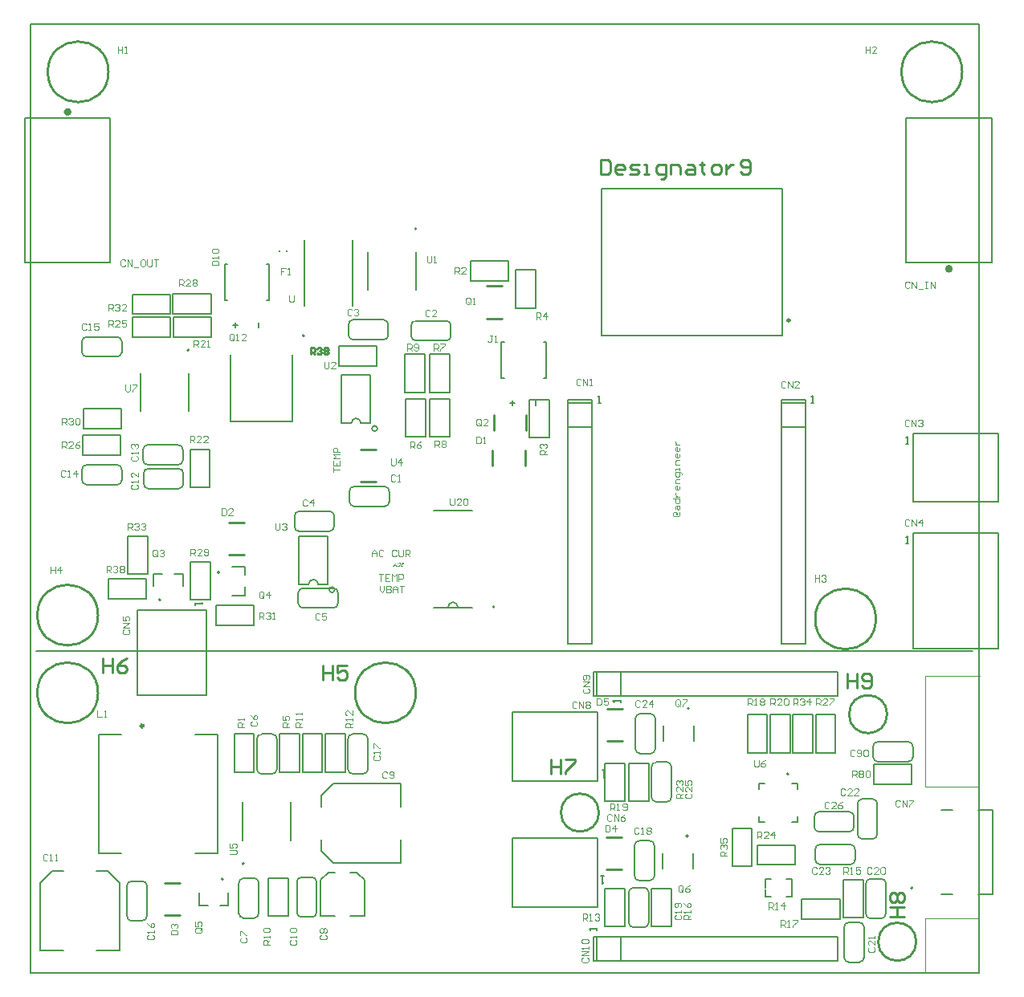
<source format=gto>
G04*
G04 #@! TF.GenerationSoftware,Altium Limited,CircuitStudio,1.5.2 (30)*
G04*
G04 Layer_Color=65535*
%FSLAX44Y44*%
%MOMM*%
G71*
G01*
G75*
%ADD37C,0.2000*%
%ADD38C,0.4000*%
%ADD39C,0.3000*%
%ADD41C,0.2540*%
%ADD49C,0.1000*%
%ADD50C,0.1500*%
%ADD66C,0.1270*%
%ADD67C,0.2500*%
G36*
X643726Y691471D02*
X644012D01*
X643053Y688648D01*
X642768D01*
X642545Y688000D01*
X642155D01*
X643555Y692119D01*
X643948D01*
X643726Y691471D01*
D02*
G37*
G36*
X644961Y692116D02*
X645013Y692113D01*
X645077Y692106D01*
X645148Y692100D01*
X645226Y692087D01*
X645310Y692071D01*
X645394Y692052D01*
X645484Y692026D01*
X645571Y691993D01*
X645655Y691955D01*
X645735Y691913D01*
X645813Y691861D01*
X645881Y691800D01*
X645939Y691732D01*
X645942Y691729D01*
X645952Y691713D01*
X645965Y691693D01*
X645981Y691661D01*
X645997Y691623D01*
X646016Y691574D01*
X646036Y691516D01*
X646052Y691452D01*
X646065Y691377D01*
X646074Y691297D01*
X646081Y691206D01*
X646077Y691110D01*
X646068Y691006D01*
X646052Y690893D01*
X646023Y690774D01*
X645984Y690645D01*
X645587Y689474D01*
X645584Y689468D01*
X645581Y689455D01*
X645571Y689429D01*
X645558Y689400D01*
X645542Y689358D01*
X645523Y689313D01*
X645500Y689261D01*
X645474Y689206D01*
X645445Y689148D01*
X645410Y689084D01*
X645374Y689019D01*
X645335Y688952D01*
X645290Y688887D01*
X645242Y688819D01*
X645193Y688755D01*
X645139Y688690D01*
X645135Y688687D01*
X645126Y688674D01*
X645110Y688658D01*
X645087Y688635D01*
X645058Y688606D01*
X645023Y688574D01*
X644984Y688539D01*
X644939Y688503D01*
X644887Y688461D01*
X644836Y688419D01*
X644774Y688377D01*
X644713Y688335D01*
X644645Y688290D01*
X644577Y688252D01*
X644503Y688213D01*
X644426Y688177D01*
X644423Y688174D01*
X644406Y688171D01*
X644384Y688161D01*
X644352Y688148D01*
X644313Y688136D01*
X644268Y688123D01*
X644213Y688106D01*
X644152Y688090D01*
X644087Y688071D01*
X644013Y688055D01*
X643935Y688042D01*
X643855Y688029D01*
X643768Y688016D01*
X643677Y688006D01*
X643584Y688003D01*
X643487Y688000D01*
X642832D01*
X643053Y688648D01*
X643771D01*
X643800Y688652D01*
X643836Y688655D01*
X643877Y688658D01*
X643926Y688664D01*
X643977Y688674D01*
X644032Y688687D01*
X644090Y688700D01*
X644148Y688716D01*
X644210Y688736D01*
X644271Y688761D01*
X644332Y688790D01*
X644390Y688823D01*
X644448Y688858D01*
X644452Y688861D01*
X644461Y688868D01*
X644477Y688881D01*
X644497Y688897D01*
X644523Y688919D01*
X644552Y688945D01*
X644584Y688977D01*
X644616Y689013D01*
X644652Y689052D01*
X644687Y689097D01*
X644726Y689145D01*
X644761Y689200D01*
X644793Y689255D01*
X644826Y689316D01*
X644858Y689384D01*
X644884Y689452D01*
X645297Y690668D01*
Y690671D01*
X645303Y690684D01*
X645306Y690703D01*
X645316Y690732D01*
X645323Y690764D01*
X645329Y690800D01*
X645335Y690842D01*
X645342Y690887D01*
X645345Y690981D01*
Y691032D01*
X645339Y691081D01*
X645329Y691129D01*
X645313Y691174D01*
X645290Y691219D01*
X645265Y691261D01*
X645261Y691264D01*
X645258Y691271D01*
X645248Y691281D01*
X645232Y691293D01*
X645216Y691310D01*
X645193Y691329D01*
X645164Y691345D01*
X645132Y691368D01*
X645097Y691387D01*
X645055Y691403D01*
X645006Y691423D01*
X644955Y691439D01*
X644897Y691452D01*
X644832Y691461D01*
X644761Y691468D01*
X644687Y691471D01*
X644012D01*
X644232Y692119D01*
X644942D01*
X644961Y692116D01*
D02*
G37*
G36*
X648819Y692161D02*
X648852D01*
X648890Y692155D01*
X648932Y692152D01*
X648977Y692145D01*
X649074Y692126D01*
X649177Y692097D01*
X649229Y692077D01*
X649281Y692058D01*
X649329Y692032D01*
X649377Y692003D01*
X649381Y692000D01*
X649387Y691997D01*
X649400Y691987D01*
X649416Y691974D01*
X649439Y691958D01*
X649461Y691936D01*
X649487Y691913D01*
X649513Y691887D01*
X649542Y691855D01*
X649571Y691819D01*
X649597Y691784D01*
X649626Y691742D01*
X649655Y691697D01*
X649681Y691652D01*
X649703Y691600D01*
X649723Y691545D01*
Y691542D01*
X649726Y691532D01*
X649732Y691516D01*
X649739Y691494D01*
X649745Y691464D01*
X649752Y691429D01*
X649758Y691390D01*
X649764Y691348D01*
X649771Y691297D01*
X649774Y691245D01*
X649777Y691187D01*
Y691123D01*
Y691058D01*
X649774Y690987D01*
X649764Y690916D01*
X649755Y690839D01*
X649058D01*
Y690842D01*
Y690848D01*
Y690858D01*
X649061Y690874D01*
Y690890D01*
Y690910D01*
Y690958D01*
X649055Y691013D01*
X649048Y691071D01*
X649035Y691129D01*
X649016Y691187D01*
Y691190D01*
X649013Y691193D01*
X649003Y691213D01*
X648990Y691239D01*
X648971Y691271D01*
X648945Y691306D01*
X648913Y691345D01*
X648874Y691381D01*
X648829Y691413D01*
X648823Y691416D01*
X648806Y691426D01*
X648781Y691439D01*
X648745Y691455D01*
X648703Y691468D01*
X648652Y691481D01*
X648594Y691490D01*
X648529Y691494D01*
X648493D01*
X648471Y691490D01*
X648439Y691487D01*
X648403Y691481D01*
X648361Y691474D01*
X648319Y691464D01*
X648271Y691452D01*
X648219Y691435D01*
X648168Y691416D01*
X648113Y691394D01*
X648058Y691368D01*
X648003Y691336D01*
X647948Y691300D01*
X647894Y691258D01*
X647890Y691255D01*
X647881Y691248D01*
X647868Y691236D01*
X647848Y691216D01*
X647823Y691193D01*
X647797Y691164D01*
X647768Y691129D01*
X647736Y691090D01*
X647700Y691048D01*
X647664Y691000D01*
X647629Y690948D01*
X647597Y690893D01*
X647561Y690832D01*
X647529Y690764D01*
X647500Y690697D01*
X647471Y690623D01*
X647087Y689493D01*
Y689490D01*
X647081Y689477D01*
X647074Y689455D01*
X647068Y689429D01*
X647058Y689393D01*
X647052Y689355D01*
X647042Y689313D01*
X647036Y689265D01*
X647026Y689165D01*
X647023Y689110D01*
X647026Y689058D01*
X647032Y689006D01*
X647042Y688955D01*
X647058Y688906D01*
X647077Y688861D01*
Y688858D01*
X647084Y688852D01*
X647090Y688839D01*
X647103Y688826D01*
X647116Y688806D01*
X647135Y688787D01*
X647158Y688768D01*
X647184Y688745D01*
X647216Y688723D01*
X647248Y688703D01*
X647287Y688684D01*
X647332Y688664D01*
X647381Y688652D01*
X647432Y688639D01*
X647490Y688632D01*
X647555Y688629D01*
X647581D01*
X647600Y688632D01*
X647626Y688635D01*
X647652Y688639D01*
X647684Y688642D01*
X647719Y688652D01*
X647800Y688671D01*
X647890Y688700D01*
X647935Y688719D01*
X647984Y688742D01*
X648036Y688768D01*
X648084Y688797D01*
X648087Y688800D01*
X648097Y688803D01*
X648110Y688813D01*
X648129Y688829D01*
X648152Y688845D01*
X648177Y688868D01*
X648206Y688890D01*
X648239Y688919D01*
X648274Y688952D01*
X648310Y688990D01*
X648345Y689029D01*
X648384Y689071D01*
X648423Y689119D01*
X648458Y689168D01*
X648493Y689223D01*
X648529Y689281D01*
X649226D01*
X649223Y689277D01*
X649216Y689261D01*
X649203Y689242D01*
X649187Y689213D01*
X649168Y689177D01*
X649142Y689136D01*
X649113Y689090D01*
X649081Y689039D01*
X649045Y688984D01*
X649006Y688929D01*
X648919Y688810D01*
X648819Y688690D01*
X648710Y688574D01*
X648706Y688571D01*
X648697Y688561D01*
X648681Y688545D01*
X648658Y688526D01*
X648629Y688500D01*
X648597Y688471D01*
X648558Y688439D01*
X648516Y688406D01*
X648468Y688371D01*
X648419Y688332D01*
X648364Y688294D01*
X648306Y688255D01*
X648184Y688181D01*
X648055Y688116D01*
X648052Y688113D01*
X648039Y688110D01*
X648019Y688103D01*
X647993Y688090D01*
X647961Y688081D01*
X647923Y688068D01*
X647881Y688052D01*
X647832Y688039D01*
X647781Y688023D01*
X647723Y688010D01*
X647664Y687993D01*
X647600Y687984D01*
X647468Y687964D01*
X647400Y687961D01*
X647329Y687958D01*
X647287D01*
X647255Y687961D01*
X647216Y687964D01*
X647171Y687968D01*
X647123Y687974D01*
X647071Y687981D01*
X646955Y688003D01*
X646897Y688019D01*
X646835Y688036D01*
X646774Y688058D01*
X646716Y688081D01*
X646661Y688110D01*
X646610Y688142D01*
X646606Y688145D01*
X646597Y688152D01*
X646584Y688161D01*
X646568Y688177D01*
X646545Y688197D01*
X646523Y688219D01*
X646497Y688245D01*
X646471Y688277D01*
X646442Y688313D01*
X646413Y688352D01*
X646387Y688397D01*
X646361Y688442D01*
X646336Y688493D01*
X646316Y688548D01*
X646297Y688610D01*
X646284Y688671D01*
Y688674D01*
X646281Y688687D01*
Y688706D01*
X646277Y688732D01*
X646274Y688768D01*
Y688806D01*
Y688852D01*
Y688903D01*
X646277Y688961D01*
X646284Y689026D01*
X646290Y689093D01*
X646303Y689165D01*
X646319Y689242D01*
X646336Y689323D01*
X646358Y689406D01*
X646387Y689493D01*
X646771Y690623D01*
X646774Y690629D01*
X646777Y690645D01*
X646787Y690668D01*
X646800Y690703D01*
X646819Y690745D01*
X646839Y690794D01*
X646861Y690848D01*
X646890Y690906D01*
X646919Y690968D01*
X646955Y691036D01*
X646993Y691103D01*
X647032Y691171D01*
X647077Y691242D01*
X647126Y691313D01*
X647174Y691381D01*
X647229Y691445D01*
X647232Y691448D01*
X647242Y691461D01*
X647258Y691477D01*
X647281Y691503D01*
X647310Y691532D01*
X647342Y691564D01*
X647381Y691600D01*
X647426Y691642D01*
X647474Y691684D01*
X647526Y691726D01*
X647581Y691771D01*
X647642Y691816D01*
X647706Y691858D01*
X647771Y691900D01*
X647842Y691942D01*
X647913Y691977D01*
X647916Y691981D01*
X647932Y691987D01*
X647952Y691993D01*
X647981Y692006D01*
X648019Y692019D01*
X648061Y692036D01*
X648110Y692055D01*
X648168Y692071D01*
X648226Y692087D01*
X648294Y692106D01*
X648361Y692123D01*
X648436Y692135D01*
X648513Y692148D01*
X648594Y692158D01*
X648674Y692161D01*
X648758Y692165D01*
X648793D01*
X648819Y692161D01*
D02*
G37*
G36*
X641590Y688000D02*
X640861D01*
X640855Y688781D01*
X641164D01*
X641384Y689429D01*
X640851D01*
X640855Y688781D01*
X639268D01*
X638732Y688000D01*
X638000D01*
X640948Y692119D01*
X641442D01*
X641590Y688000D01*
D02*
G37*
%LPC*%
G36*
X640839Y691068D02*
X639714Y689429D01*
X640851D01*
X640839Y691068D01*
D02*
G37*
G36*
X639714Y689429D02*
X639216D01*
X638993Y688781D01*
X639268D01*
X639714Y689429D01*
D02*
G37*
%LPD*%
D37*
X1144000Y487500D02*
G03*
X1149000Y482500I5000J0D01*
G01*
X1149000Y503500D02*
G03*
X1144000Y498500I0J-5000D01*
G01*
X1186000Y498500D02*
G03*
X1181000Y503500I-5000J0D01*
G01*
X1181000Y482500D02*
G03*
X1186000Y487500I0J5000D01*
G01*
X1185700Y349200D02*
G03*
X1185700Y349200I-1000J0D01*
G01*
X1143500Y401000D02*
G03*
X1148500Y406000I0J5000D01*
G01*
X1127500Y406000D02*
G03*
X1132500Y401000I5000J0D01*
G01*
X1132500Y443000D02*
G03*
X1127500Y438000I0J-5000D01*
G01*
X1148500Y438000D02*
G03*
X1143500Y443000I-5000J0D01*
G01*
X1082000Y413500D02*
G03*
X1087000Y408500I5000J0D01*
G01*
X1087000Y429500D02*
G03*
X1082000Y424500I0J-5000D01*
G01*
X1124000Y424500D02*
G03*
X1119000Y429500I-5000J0D01*
G01*
X1119000Y408500D02*
G03*
X1124000Y413500I0J5000D01*
G01*
X1083000Y379000D02*
G03*
X1088000Y374000I5000J0D01*
G01*
X1088000Y395000D02*
G03*
X1083000Y390000I0J-5000D01*
G01*
X1125000Y390000D02*
G03*
X1120000Y395000I-5000J0D01*
G01*
X1120000Y374000D02*
G03*
X1125000Y379000I0J5000D01*
G01*
X1141500Y359000D02*
G03*
X1136500Y354000I0J-5000D01*
G01*
X1157500Y354000D02*
G03*
X1152500Y359000I-5000J0D01*
G01*
X1152500Y317000D02*
G03*
X1157500Y322000I0J5000D01*
G01*
X1136500Y322000D02*
G03*
X1141500Y317000I5000J0D01*
G01*
X1118500Y313000D02*
G03*
X1113500Y308000I0J-5000D01*
G01*
X1134500Y308000D02*
G03*
X1129500Y313000I-5000J0D01*
G01*
X1129500Y271000D02*
G03*
X1134500Y276000I0J5000D01*
G01*
X1113500Y276000D02*
G03*
X1118500Y271000I5000J0D01*
G01*
X950000Y538588D02*
G03*
X950000Y538588I-1000J0D01*
G01*
X949000Y404000D02*
G03*
X949000Y404000I-1000J0D01*
G01*
X902500Y307544D02*
G03*
X907500Y312544I0J5000D01*
G01*
X886500Y312544D02*
G03*
X891500Y307544I5000J0D01*
G01*
X891500Y349544D02*
G03*
X886500Y344544I0J-5000D01*
G01*
X907500Y344544D02*
G03*
X902500Y349544I-5000J0D01*
G01*
X926500Y440000D02*
G03*
X931500Y445000I0J5000D01*
G01*
X910500Y445000D02*
G03*
X915500Y440000I5000J0D01*
G01*
X915500Y482000D02*
G03*
X910500Y477000I0J-5000D01*
G01*
X931500Y477000D02*
G03*
X926500Y482000I-5000J0D01*
G01*
X494500Y474544D02*
G03*
X499500Y469544I5000J0D01*
G01*
X510500Y469544D02*
G03*
X515500Y474544I0J5000D01*
G01*
X515500Y506544D02*
G03*
X510500Y511544I-5000J0D01*
G01*
X499500Y511544D02*
G03*
X494500Y506544I0J-5000D01*
G01*
X611500Y506544D02*
G03*
X606500Y511544I-5000J0D01*
G01*
X595500Y511544D02*
G03*
X590500Y506544I0J-5000D01*
G01*
X590500Y474544D02*
G03*
X595500Y469544I5000J0D01*
G01*
X606500Y469544D02*
G03*
X611500Y474544I0J5000D01*
G01*
X480950Y375094D02*
G03*
X480950Y375094I-1000J0D01*
G01*
X357500Y319544D02*
G03*
X362500Y314544I5000J0D01*
G01*
X373500Y314544D02*
G03*
X378500Y319544I0J5000D01*
G01*
X378500Y351544D02*
G03*
X373500Y356544I-5000J0D01*
G01*
X362500Y356544D02*
G03*
X357500Y351544I0J-5000D01*
G01*
X459150Y358544D02*
G03*
X459150Y358544I-1000J0D01*
G01*
X496500Y354544D02*
G03*
X491500Y359544I-5000J0D01*
G01*
X480500Y359544D02*
G03*
X475500Y354544I0J-5000D01*
G01*
X475500Y322544D02*
G03*
X480500Y317544I5000J0D01*
G01*
X491500Y317544D02*
G03*
X496500Y322544I0J5000D01*
G01*
X536500Y323544D02*
G03*
X541500Y318544I5000J0D01*
G01*
X552500Y318544D02*
G03*
X557500Y323544I0J5000D01*
G01*
X557500Y355544D02*
G03*
X552500Y360544I-5000J0D01*
G01*
X541500Y360544D02*
G03*
X536500Y355544I0J-5000D01*
G01*
X663050Y1044450D02*
G03*
X663050Y1044450I-1000J0D01*
G01*
X633000Y943500D02*
G03*
X628000Y948500I-5000J0D01*
G01*
X628000Y927500D02*
G03*
X633000Y932500I0J5000D01*
G01*
X591000Y932500D02*
G03*
X596000Y927500I5000J0D01*
G01*
X596000Y948500D02*
G03*
X591000Y943500I0J-5000D01*
G01*
X657000Y931500D02*
G03*
X662000Y926500I5000J0D01*
G01*
X662000Y947500D02*
G03*
X657000Y942500I0J-5000D01*
G01*
X699000Y942500D02*
G03*
X694000Y947500I-5000J0D01*
G01*
X694000Y926500D02*
G03*
X699000Y931500I0J5000D01*
G01*
X634000Y767700D02*
G03*
X629000Y772700I-5000J0D01*
G01*
X629000Y751700D02*
G03*
X634000Y756700I0J5000D01*
G01*
X592000Y756700D02*
G03*
X597000Y751700I5000J0D01*
G01*
X597000Y772700D02*
G03*
X592000Y767700I0J-5000D01*
G01*
X543000Y665500D02*
G03*
X538000Y660500I0J-5000D01*
G01*
X538000Y649500D02*
G03*
X543000Y644500I5000J0D01*
G01*
X575000Y644500D02*
G03*
X580000Y649500I0J5000D01*
G01*
X580000Y660500D02*
G03*
X575000Y665500I-5000J0D01*
G01*
X571000Y725500D02*
G03*
X576000Y730500I0J5000D01*
G01*
X576000Y741500D02*
G03*
X571000Y746500I-5000J0D01*
G01*
X539000Y746500D02*
G03*
X534000Y741500I0J-5000D01*
G01*
X534000Y730500D02*
G03*
X539000Y725500I5000J0D01*
G01*
X554050Y674550D02*
G03*
X549050Y669550I0J-5000D01*
G01*
X559050D02*
G03*
X554050Y674550I-5000J0D01*
G01*
X576457Y663800D02*
G03*
X576457Y663800I-2828J0D01*
G01*
X455000Y682150D02*
G03*
X455000Y682150I-1000J0D01*
G01*
X423000Y916450D02*
G03*
X423000Y916450I-1000J0D01*
G01*
X392850Y653000D02*
G03*
X392850Y653000I-1000J0D01*
G01*
X315000Y930500D02*
G03*
X310000Y925500I0J-5000D01*
G01*
X310000Y914500D02*
G03*
X315000Y909500I5000J0D01*
G01*
X347000Y909500D02*
G03*
X352000Y914500I0J5000D01*
G01*
X352000Y925500D02*
G03*
X347000Y930500I-5000J0D01*
G01*
X621457Y833800D02*
G03*
X621457Y833800I-2828J0D01*
G01*
X604050Y839550D02*
G03*
X599050Y844550I-5000J0D01*
G01*
D02*
G03*
X594050Y839550I0J-5000D01*
G01*
X315000Y795500D02*
G03*
X310000Y790500I0J-5000D01*
G01*
X310000Y779500D02*
G03*
X315000Y774500I5000J0D01*
G01*
X347000Y774500D02*
G03*
X352000Y779500I0J5000D01*
G01*
X352000Y790500D02*
G03*
X347000Y795500I-5000J0D01*
G01*
X412000Y770500D02*
G03*
X417000Y775500I0J5000D01*
G01*
X417000Y786500D02*
G03*
X412000Y791500I-5000J0D01*
G01*
X380000Y791500D02*
G03*
X375000Y786500I0J-5000D01*
G01*
X375000Y775500D02*
G03*
X380000Y770500I5000J0D01*
G01*
X411460Y795500D02*
G03*
X416460Y800500I0J5000D01*
G01*
X416460Y811500D02*
G03*
X411460Y816500I-5000J0D01*
G01*
X379460Y816500D02*
G03*
X374460Y811500I0J-5000D01*
G01*
X374460Y800500D02*
G03*
X379460Y795500I5000J0D01*
G01*
X745000Y645850D02*
G03*
X745000Y645850I-1000J0D01*
G01*
X706050Y645620D02*
G03*
X701050Y650620I-5000J0D01*
G01*
D02*
G03*
X696050Y645620I0J-5000D01*
G01*
X544400Y931700D02*
G03*
X544400Y931700I-1000J0D01*
G01*
X898500Y533000D02*
G03*
X893500Y528000I0J-5000D01*
G01*
X914500Y528000D02*
G03*
X909500Y533000I-5000J0D01*
G01*
X909500Y491000D02*
G03*
X914500Y496000I0J5000D01*
G01*
X893500Y496000D02*
G03*
X898500Y491000I5000J0D01*
G01*
X897500Y399000D02*
G03*
X892500Y394000I0J-5000D01*
G01*
X913500Y394000D02*
G03*
X908500Y399000I-5000J0D01*
G01*
X908500Y357000D02*
G03*
X913500Y362000I0J5000D01*
G01*
X892500Y362000D02*
G03*
X897500Y357000I5000J0D01*
G01*
X1055000Y469300D02*
G03*
X1055000Y469300I-1000J0D01*
G01*
X1069000Y316500D02*
Y337500D01*
X1109000D01*
X1069000Y316500D02*
X1109000D01*
Y337500D01*
X1083500Y492000D02*
X1104500D01*
X1083500D02*
Y532000D01*
X1104500Y492000D02*
Y532000D01*
X1083500D02*
X1104500D01*
X1059500Y492000D02*
X1080500D01*
X1059500D02*
Y532000D01*
X1080500Y492000D02*
Y532000D01*
X1059500D02*
X1080500D01*
X1035500Y492000D02*
X1056500D01*
X1035500D02*
Y532000D01*
X1056500Y492000D02*
Y532000D01*
X1035500D02*
X1056500D01*
X1011500Y492000D02*
X1032500D01*
X1011500D02*
Y532000D01*
X1032500Y492000D02*
Y532000D01*
X1011500D02*
X1032500D01*
X1186000Y487500D02*
Y498500D01*
X1144000Y487500D02*
Y498500D01*
X1149000Y482500D02*
X1181000Y482500D01*
X1149000Y503500D02*
X1181000Y503500D01*
X1145000Y458500D02*
Y479500D01*
X1185000D01*
X1145000Y458500D02*
X1185000D01*
Y479500D01*
X1215600Y431700D02*
X1227700D01*
X1215600Y342300D02*
X1227700D01*
X1254900Y431700D02*
X1269800D01*
Y342300D02*
Y431700D01*
X1254900Y342300D02*
X1269800D01*
X1132500Y443000D02*
X1143500D01*
X1132500Y401000D02*
X1143500D01*
X1148500Y406000D02*
X1148500Y438000D01*
X1127500Y406000D02*
X1127500Y438000D01*
X1124000Y413500D02*
Y424500D01*
X1082000Y413500D02*
Y424500D01*
X1087000Y408500D02*
X1119000Y408500D01*
X1087000Y429500D02*
X1119000Y429500D01*
X1125000Y379000D02*
Y390000D01*
X1083000Y379000D02*
Y390000D01*
X1088000Y374000D02*
X1120000Y374000D01*
X1088000Y395000D02*
X1120000Y395000D01*
X1112500Y318000D02*
X1133500D01*
X1112500D02*
Y358000D01*
X1133500Y318000D02*
Y358000D01*
X1112500D02*
X1133500D01*
X1141500Y317000D02*
X1152500D01*
X1141500Y359000D02*
X1152500D01*
X1136500Y322000D02*
X1136500Y354000D01*
X1157500Y322000D02*
X1157500Y354000D01*
X1118500Y271000D02*
X1129500D01*
X1118500Y313000D02*
X1129500D01*
X1113500Y276000D02*
X1113500Y308000D01*
X1134500Y276000D02*
X1134500Y308000D01*
X995500Y412000D02*
X1016500D01*
Y372000D02*
Y412000D01*
X995500Y372000D02*
Y412000D01*
Y372000D02*
X1016500D01*
X849350Y552150D02*
Y577500D01*
X852850Y552150D02*
Y577500D01*
X849350Y552150D02*
X849400Y552100D01*
X852900D01*
X878300D02*
Y577500D01*
X849350D02*
X1106600D01*
X852900Y552100D02*
X1106600D01*
X1107096Y552099D02*
Y577499D01*
X853700Y472200D02*
Y534430D01*
Y462040D02*
Y472200D01*
X763530Y462040D02*
X853700D01*
X763530D02*
Y534430D01*
X853700D01*
X853700Y339300D02*
Y401530D01*
Y329140D02*
Y339300D01*
X763530Y329140D02*
X853700D01*
X763530D02*
Y401530D01*
X853700D01*
X849350Y272750D02*
Y298100D01*
X852850Y272750D02*
Y298100D01*
X849350Y272750D02*
X849400Y272700D01*
X852900D01*
X878300D02*
Y298100D01*
X849350D02*
X1106600D01*
X852900Y272700D02*
X1106600D01*
X1107096Y272699D02*
Y298099D01*
X910500Y348544D02*
X931500D01*
Y308544D02*
Y348544D01*
X910500Y308544D02*
Y348544D01*
Y308544D02*
X931500D01*
X891500Y349544D02*
X902500D01*
X891500Y307544D02*
X902500D01*
X907500Y312544D02*
X907500Y344544D01*
X886500Y312544D02*
X886500Y344544D01*
X861500Y308544D02*
X882500D01*
X861500D02*
Y348544D01*
X882500Y308544D02*
Y348544D01*
X861500D02*
X882500D01*
X915500Y482000D02*
X926500D01*
X915500Y440000D02*
X926500D01*
X931500Y445000D02*
X931500Y477000D01*
X910500Y445000D02*
X910500Y477000D01*
X886500Y481000D02*
X907500D01*
Y441000D02*
Y481000D01*
X886500Y441000D02*
Y481000D01*
Y441000D02*
X907500D01*
X861500D02*
X882500D01*
X861500D02*
Y481000D01*
X882500Y441000D02*
Y481000D01*
X861500D02*
X882500D01*
X575001Y375540D02*
X646001D01*
X562001Y388540D02*
X575001Y375540D01*
Y459540D02*
X646001D01*
X562001Y446540D02*
X575001Y459540D01*
X646001Y375540D02*
Y400040D01*
Y435040D02*
Y459540D01*
X562001Y388540D02*
Y400040D01*
Y435040D02*
Y446540D01*
X470500Y511544D02*
X491500D01*
Y471544D02*
Y511544D01*
X470500Y471544D02*
Y511544D01*
Y471544D02*
X491500D01*
X515500Y474544D02*
X515500Y506544D01*
X494500Y474544D02*
X494500Y506544D01*
X499500Y511544D02*
X510500D01*
X499500Y469544D02*
X510500D01*
X518500Y511544D02*
X539500D01*
Y471544D02*
Y511544D01*
X518500Y471544D02*
Y511544D01*
Y471544D02*
X539500D01*
X542500D02*
X563500D01*
X542500D02*
Y511544D01*
X563500Y471544D02*
Y511544D01*
X542500D02*
X563500D01*
X566500Y471544D02*
X587500D01*
X566500D02*
Y511544D01*
X587500Y471544D02*
Y511544D01*
X566500D02*
X587500D01*
X590500Y474544D02*
X590500Y506544D01*
X611500Y474544D02*
X611500Y506544D01*
X595500Y469544D02*
X606500D01*
X595500Y511544D02*
X606500D01*
X266000Y283544D02*
Y354544D01*
X279000Y367544D01*
X350000Y283544D02*
Y354544D01*
X337000Y367544D02*
X350000Y354544D01*
X266000Y283544D02*
X290500D01*
X325500D02*
X350000D01*
X279000Y367544D02*
X290500D01*
X325500D02*
X337000D01*
X378500Y319544D02*
X378500Y351544D01*
X357500Y319544D02*
X357500Y351544D01*
X362500Y356544D02*
X373500D01*
X362500Y314544D02*
X373500D01*
X475500Y322544D02*
X475500Y354544D01*
X496500Y322544D02*
X496500Y354544D01*
X480500Y317544D02*
X491500D01*
X480500Y359544D02*
X491500D01*
X506500D02*
X527500D01*
Y319544D02*
Y359544D01*
X506500Y319544D02*
Y359544D01*
Y319544D02*
X527500D01*
X557500Y323544D02*
X557500Y355544D01*
X536500Y323544D02*
X536500Y355544D01*
X541500Y360544D02*
X552500D01*
X541500Y318544D02*
X552500D01*
X561633Y319568D02*
Y357568D01*
X569633Y365568D01*
X607633Y319568D02*
Y357568D01*
X599633Y365568D02*
X607633Y357568D01*
X561633Y319568D02*
X576633D01*
X592633D02*
X607633D01*
X569633Y365568D02*
X576633D01*
X592633D02*
X599633D01*
X767500Y1001000D02*
X788500D01*
Y961000D02*
Y1001000D01*
X767500Y961000D02*
Y1001000D01*
Y961000D02*
X788500D01*
X781500Y824000D02*
X802500D01*
X781500D02*
Y864000D01*
X802500Y824000D02*
Y864000D01*
X781500D02*
X802500D01*
X760000Y989500D02*
Y1010500D01*
X720000Y989500D02*
X760000D01*
X720000Y1010500D02*
X760000D01*
X720000Y989500D02*
Y1010500D01*
X591000Y932500D02*
Y943500D01*
X633000Y932500D02*
Y943500D01*
X596000Y948500D02*
X628000Y948500D01*
X596000Y927500D02*
X628000Y927500D01*
X699000Y931500D02*
Y942500D01*
X657000Y931500D02*
Y942500D01*
X662000Y926500D02*
X694000Y926500D01*
X662000Y947500D02*
X694000Y947500D01*
X650500Y872000D02*
X671500D01*
X650500D02*
Y912000D01*
X671500Y872000D02*
Y912000D01*
X650500D02*
X671500D01*
X676500Y872000D02*
X697500D01*
X676500D02*
Y912000D01*
X697500Y872000D02*
Y912000D01*
X676500D02*
X697500D01*
X676500Y865000D02*
X697500D01*
Y825000D02*
Y865000D01*
X676500Y825000D02*
Y865000D01*
Y825000D02*
X697500D01*
X651500D02*
X672500D01*
X651500D02*
Y865000D01*
X672500Y825000D02*
Y865000D01*
X651500D02*
X672500D01*
X592000Y756700D02*
Y767700D01*
X634000Y756700D02*
Y767700D01*
X597000Y772700D02*
X629000Y772700D01*
X597000Y751700D02*
X629000Y751700D01*
X543000Y644500D02*
X575000Y644500D01*
X543000Y665500D02*
X575000Y665500D01*
X580000Y649500D02*
Y660500D01*
X538000Y649500D02*
Y660500D01*
X539000Y746500D02*
X571000Y746500D01*
X539000Y725500D02*
X571000Y725500D01*
X534000Y730500D02*
Y741500D01*
X576000Y730500D02*
Y741500D01*
X538800Y669550D02*
X549050D01*
X538800D02*
Y720050D01*
X559050Y669550D02*
X569050D01*
Y720050D01*
X538800D02*
X569050D01*
X451000Y626500D02*
Y647500D01*
X491000D01*
X451000Y626500D02*
X491000D01*
Y647500D01*
X338000Y654500D02*
Y675500D01*
X378000D01*
X338000Y654500D02*
X378000D01*
Y675500D01*
X446460Y930500D02*
Y951500D01*
X406460Y930500D02*
X446460D01*
X406460Y951500D02*
X446460D01*
X406460Y930500D02*
Y951500D01*
X446000Y954500D02*
Y975500D01*
X406000Y954500D02*
X446000D01*
X406000Y975500D02*
X446000D01*
X406000Y954500D02*
Y975500D01*
X358500Y720000D02*
X379500D01*
Y680000D02*
Y720000D01*
X358500Y680000D02*
Y720000D01*
Y680000D02*
X379500D01*
X424500Y693000D02*
X445500D01*
Y653000D02*
Y693000D01*
X424500Y653000D02*
Y693000D01*
Y653000D02*
X445500D01*
X423960Y772000D02*
X444960D01*
X423960D02*
Y812000D01*
X444960Y772000D02*
Y812000D01*
X423960D02*
X444960D01*
X315000Y909500D02*
X347000Y909500D01*
X315000Y930500D02*
X347000Y930500D01*
X352000Y914500D02*
Y925500D01*
X310000Y914500D02*
Y925500D01*
X583800Y890050D02*
X614050D01*
Y839550D02*
Y890050D01*
X604050Y839550D02*
X614050D01*
X583800D02*
Y890050D01*
Y839550D02*
X594050D01*
X1186300Y601405D02*
Y713700D01*
Y723860D01*
X1276470D01*
Y601405D02*
Y723860D01*
X1186300Y601405D02*
X1276470D01*
X1186300Y756520D02*
Y818750D01*
Y828910D01*
X1276470D01*
Y756520D02*
Y828910D01*
X1186300Y756520D02*
X1276470D01*
X1047350Y864250D02*
X1072700D01*
X1047350Y860750D02*
X1072700D01*
X1047300Y864200D02*
X1047350Y864250D01*
X1047300Y860700D02*
Y864200D01*
Y835300D02*
X1072700D01*
Y607000D02*
Y864250D01*
X1047300Y607000D02*
Y860700D01*
X1047299Y606504D02*
X1072699D01*
X403460Y930500D02*
Y951500D01*
X363460Y930500D02*
X403460D01*
X363460Y951500D02*
X403460D01*
X363460Y930500D02*
Y951500D01*
X315000Y774500D02*
X347000Y774500D01*
X315000Y795500D02*
X347000Y795500D01*
X352000Y779500D02*
Y790500D01*
X310000Y779500D02*
Y790500D01*
X351000Y805500D02*
Y826500D01*
X311000Y805500D02*
X351000D01*
X311000Y826500D02*
X351000D01*
X311000Y805500D02*
Y826500D01*
X351810Y833560D02*
Y854560D01*
X311810Y833560D02*
X351810D01*
X311810Y854560D02*
X351810D01*
X311810Y833560D02*
Y854560D01*
X380000Y791500D02*
X412000Y791500D01*
X380000Y770500D02*
X412000Y770500D01*
X375000Y775500D02*
Y786500D01*
X417000Y775500D02*
Y786500D01*
X379460Y816500D02*
X411460Y816500D01*
X379460Y795500D02*
X411460Y795500D01*
X374460Y800500D02*
Y811500D01*
X416460Y800500D02*
Y811500D01*
X368470Y642700D02*
X430700D01*
X440860D01*
Y552530D02*
Y642700D01*
X368470Y552530D02*
X440860D01*
X368470D02*
Y642700D01*
X822350Y864250D02*
X847700D01*
X822350Y860750D02*
X847700D01*
X822300Y864200D02*
X822350Y864250D01*
X822300Y860700D02*
Y864200D01*
Y835300D02*
X847700D01*
Y607000D02*
Y864250D01*
X822300Y607000D02*
Y860700D01*
X822299Y606504D02*
X847699D01*
X621000Y899500D02*
Y920500D01*
X581000Y899500D02*
X621000D01*
X581000Y920500D02*
X621000D01*
X581000Y899500D02*
Y920500D01*
X403000Y954460D02*
Y975460D01*
X363000Y954460D02*
X403000D01*
X363000Y975460D02*
X403000D01*
X363000Y954460D02*
Y975460D01*
X1022000Y373500D02*
Y394500D01*
X1062000D01*
X1022000Y373500D02*
X1062000D01*
Y394500D01*
X898500Y491000D02*
X909500D01*
X898500Y533000D02*
X909500D01*
X893500Y496000D02*
X893500Y528000D01*
X914500Y496000D02*
X914500Y528000D01*
X897500Y357000D02*
X908500D01*
X897500Y399000D02*
X908500D01*
X892500Y362000D02*
X892500Y394000D01*
X913500Y362000D02*
X913500Y394000D01*
X878000Y545000D02*
Y547666D01*
Y546333D01*
X870003D01*
X871336Y545000D01*
X861320Y473470D02*
X858654D01*
X859987D01*
Y465473D01*
X861320Y466805D01*
X860000Y362000D02*
X857334D01*
X858667D01*
Y354003D01*
X860000Y355336D01*
X852900Y304450D02*
Y307116D01*
Y305783D01*
X844903D01*
X846236Y304450D01*
X1178680Y712430D02*
X1181346D01*
X1180013D01*
Y720427D01*
X1178680Y719094D01*
Y817480D02*
X1181346D01*
X1180013D01*
Y825477D01*
X1178680Y824145D01*
X1079050Y860700D02*
X1081716D01*
X1080383D01*
Y868697D01*
X1079050Y867365D01*
X429430Y650320D02*
Y647654D01*
Y648987D01*
X437427D01*
X436095Y650320D01*
X854050Y860700D02*
X856716D01*
X855383D01*
Y868697D01*
X854050Y867365D01*
D38*
X1226000Y1002200D02*
G03*
X1226000Y1002200I-2000J0D01*
G01*
X297000Y1167800D02*
G03*
X297000Y1167800I-2000J0D01*
G01*
D39*
X1056000Y947810D02*
G03*
X1056000Y947810I-1000J0D01*
G01*
X374810Y520191D02*
G03*
X374810Y520191I-1500J0D01*
G01*
D41*
X1158750Y532500D02*
G03*
X1158750Y532500I-20000J0D01*
G01*
X1189500Y292500D02*
G03*
X1189500Y292500I-20000J0D01*
G01*
X855000Y428750D02*
G03*
X855000Y428750I-20000J0D01*
G01*
X327000Y555000D02*
G03*
X327000Y555000I-32000J0D01*
G01*
X662000D02*
G03*
X662000Y555000I-32000J0D01*
G01*
X1147000Y633000D02*
G03*
X1147000Y633000I-32000J0D01*
G01*
X338000Y1210000D02*
G03*
X338000Y1210000I-32000J0D01*
G01*
X1238000D02*
G03*
X1238000Y1210000I-32000J0D01*
G01*
X327000Y637000D02*
G03*
X327000Y637000I-32000J0D01*
G01*
X1116500Y575735D02*
Y560500D01*
Y568117D01*
X1126657D01*
Y575735D01*
Y560500D01*
X1131735Y563039D02*
X1134274Y560500D01*
X1139353D01*
X1141892Y563039D01*
Y573196D01*
X1139353Y575735D01*
X1134274D01*
X1131735Y573196D01*
Y570657D01*
X1134274Y568117D01*
X1141892D01*
X1161515Y319000D02*
X1176750D01*
X1169133D01*
Y329157D01*
X1161515D01*
X1176750D01*
X1164054Y334235D02*
X1161515Y336774D01*
Y341853D01*
X1164054Y344392D01*
X1166593D01*
X1169133Y341853D01*
X1171672Y344392D01*
X1174211D01*
X1176750Y341853D01*
Y336774D01*
X1174211Y334235D01*
X1171672D01*
X1169133Y336774D01*
X1166593Y334235D01*
X1164054D01*
X1169133Y336774D02*
Y341853D01*
X804393Y484752D02*
Y469517D01*
Y477135D01*
X814550D01*
Y484752D01*
Y469517D01*
X819628Y484752D02*
X829785D01*
Y482213D01*
X819628Y472056D01*
Y469517D01*
X332000Y591235D02*
Y576000D01*
Y583618D01*
X342157D01*
Y591235D01*
Y576000D01*
X357392Y591235D02*
X352313Y588696D01*
X347235Y583618D01*
Y578539D01*
X349774Y576000D01*
X354853D01*
X357392Y578539D01*
Y581078D01*
X354853Y583618D01*
X347235D01*
X564000Y584235D02*
Y569000D01*
Y576618D01*
X574157D01*
Y584235D01*
Y569000D01*
X589392Y584235D02*
X579235D01*
Y576618D01*
X584313Y579157D01*
X586853D01*
X589392Y576618D01*
Y571539D01*
X586853Y569000D01*
X581774D01*
X579235Y571539D01*
X551000Y912000D02*
Y918998D01*
X554499D01*
X555665Y917831D01*
Y915499D01*
X554499Y914333D01*
X551000D01*
X553333D02*
X555665Y912000D01*
X557998Y917831D02*
X559164Y918998D01*
X561497D01*
X562663Y917831D01*
Y916665D01*
X561497Y915499D01*
X560330D01*
X561497D01*
X562663Y914333D01*
Y913166D01*
X561497Y912000D01*
X559164D01*
X557998Y913166D01*
X564995Y917831D02*
X566162Y918998D01*
X568494D01*
X569661Y917831D01*
Y916665D01*
X568494Y915499D01*
X569661Y914333D01*
Y913166D01*
X568494Y912000D01*
X566162D01*
X564995Y913166D01*
Y914333D01*
X566162Y915499D01*
X564995Y916665D01*
Y917831D01*
X566162Y915499D02*
X568494D01*
X857250Y1117087D02*
Y1101852D01*
X864867D01*
X867407Y1104391D01*
Y1114548D01*
X864867Y1117087D01*
X857250D01*
X880103Y1101852D02*
X875024D01*
X872485Y1104391D01*
Y1109470D01*
X875024Y1112009D01*
X880103D01*
X882642Y1109470D01*
Y1106930D01*
X872485D01*
X887720Y1101852D02*
X895338D01*
X897877Y1104391D01*
X895338Y1106930D01*
X890259D01*
X887720Y1109470D01*
X890259Y1112009D01*
X897877D01*
X902955Y1101852D02*
X908034D01*
X905494D01*
Y1112009D01*
X902955D01*
X920730Y1096774D02*
X923269D01*
X925808Y1099313D01*
Y1112009D01*
X918190D01*
X915651Y1109470D01*
Y1104391D01*
X918190Y1101852D01*
X925808D01*
X930886D02*
Y1112009D01*
X938504D01*
X941043Y1109470D01*
Y1101852D01*
X948660Y1112009D02*
X953739D01*
X956278Y1109470D01*
Y1101852D01*
X948660D01*
X946121Y1104391D01*
X948660Y1106930D01*
X956278D01*
X963895Y1114548D02*
Y1112009D01*
X961356D01*
X966435D01*
X963895D01*
Y1104391D01*
X966435Y1101852D01*
X976591D02*
X981670D01*
X984209Y1104391D01*
Y1109470D01*
X981670Y1112009D01*
X976591D01*
X974052Y1109470D01*
Y1104391D01*
X976591Y1101852D01*
X989287Y1112009D02*
Y1101852D01*
Y1106930D01*
X991826Y1109470D01*
X994366Y1112009D01*
X996905D01*
X1004522Y1104391D02*
X1007061Y1101852D01*
X1012140D01*
X1014679Y1104391D01*
Y1114548D01*
X1012140Y1117087D01*
X1007061D01*
X1004522Y1114548D01*
Y1112009D01*
X1007061Y1109470D01*
X1014679D01*
D49*
X1046750Y308250D02*
Y315248D01*
X1050249D01*
X1051415Y314081D01*
Y311749D01*
X1050249Y310583D01*
X1046750D01*
X1049083D02*
X1051415Y308250D01*
X1053748D02*
X1056080D01*
X1054914D01*
Y315248D01*
X1053748Y314081D01*
X1059579Y315248D02*
X1064244D01*
Y314081D01*
X1059579Y309416D01*
Y308250D01*
X1084000Y542000D02*
Y548998D01*
X1087499D01*
X1088665Y547831D01*
Y545499D01*
X1087499Y544333D01*
X1084000D01*
X1086333D02*
X1088665Y542000D01*
X1095663D02*
X1090998D01*
X1095663Y546665D01*
Y547831D01*
X1094497Y548998D01*
X1092164D01*
X1090998Y547831D01*
X1097996Y548998D02*
X1102661D01*
Y547831D01*
X1097996Y543166D01*
Y542000D01*
X1060000D02*
Y548998D01*
X1063499D01*
X1064665Y547831D01*
Y545499D01*
X1063499Y544333D01*
X1060000D01*
X1062333D02*
X1064665Y542000D01*
X1066998Y547831D02*
X1068164Y548998D01*
X1070497D01*
X1071663Y547831D01*
Y546665D01*
X1070497Y545499D01*
X1069330D01*
X1070497D01*
X1071663Y544333D01*
Y543166D01*
X1070497Y542000D01*
X1068164D01*
X1066998Y543166D01*
X1077494Y542000D02*
Y548998D01*
X1073996Y545499D01*
X1078661D01*
X1036000Y542000D02*
Y548998D01*
X1039499D01*
X1040665Y547831D01*
Y545499D01*
X1039499Y544333D01*
X1036000D01*
X1038333D02*
X1040665Y542000D01*
X1047663D02*
X1042998D01*
X1047663Y546665D01*
Y547831D01*
X1046497Y548998D01*
X1044164D01*
X1042998Y547831D01*
X1049995D02*
X1051162Y548998D01*
X1053494D01*
X1054661Y547831D01*
Y543166D01*
X1053494Y542000D01*
X1051162D01*
X1049995Y543166D01*
Y547831D01*
X1012000Y542000D02*
Y548998D01*
X1015499D01*
X1016665Y547831D01*
Y545499D01*
X1015499Y544333D01*
X1012000D01*
X1014333D02*
X1016665Y542000D01*
X1018998D02*
X1021330D01*
X1020164D01*
Y548998D01*
X1018998Y547831D01*
X1024829D02*
X1025995Y548998D01*
X1028328D01*
X1029494Y547831D01*
Y546665D01*
X1028328Y545499D01*
X1029494Y544333D01*
Y543166D01*
X1028328Y542000D01*
X1025995D01*
X1024829Y543166D01*
Y544333D01*
X1025995Y545499D01*
X1024829Y546665D01*
Y547831D01*
X1025995Y545499D02*
X1028328D01*
X1124665Y493831D02*
X1123499Y494998D01*
X1121166D01*
X1120000Y493831D01*
Y489166D01*
X1121166Y488000D01*
X1123499D01*
X1124665Y489166D01*
X1126998D02*
X1128164Y488000D01*
X1130497D01*
X1131663Y489166D01*
Y493831D01*
X1130497Y494998D01*
X1128164D01*
X1126998Y493831D01*
Y492665D01*
X1128164Y491499D01*
X1131663D01*
X1133996Y493831D02*
X1135162Y494998D01*
X1137494D01*
X1138661Y493831D01*
Y489166D01*
X1137494Y488000D01*
X1135162D01*
X1133996Y489166D01*
Y493831D01*
X1122000Y466000D02*
Y472998D01*
X1125499D01*
X1126665Y471831D01*
Y469499D01*
X1125499Y468333D01*
X1122000D01*
X1124333D02*
X1126665Y466000D01*
X1128998Y471831D02*
X1130164Y472998D01*
X1132497D01*
X1133663Y471831D01*
Y470665D01*
X1132497Y469499D01*
X1133663Y468333D01*
Y467166D01*
X1132497Y466000D01*
X1130164D01*
X1128998Y467166D01*
Y468333D01*
X1130164Y469499D01*
X1128998Y470665D01*
Y471831D01*
X1130164Y469499D02*
X1132497D01*
X1135995Y471831D02*
X1137162Y472998D01*
X1139494D01*
X1140661Y471831D01*
Y467166D01*
X1139494Y466000D01*
X1137162D01*
X1135995Y467166D01*
Y471831D01*
X1172665Y440831D02*
X1171499Y441998D01*
X1169166D01*
X1168000Y440831D01*
Y436166D01*
X1169166Y435000D01*
X1171499D01*
X1172665Y436166D01*
X1174998Y435000D02*
Y441998D01*
X1179663Y435000D01*
Y441998D01*
X1181995D02*
X1186661D01*
Y440831D01*
X1181995Y436166D01*
Y435000D01*
X1114665Y452831D02*
X1113499Y453998D01*
X1111166D01*
X1110000Y452831D01*
Y448166D01*
X1111166Y447000D01*
X1113499D01*
X1114665Y448166D01*
X1121663Y447000D02*
X1116998D01*
X1121663Y451665D01*
Y452831D01*
X1120497Y453998D01*
X1118164D01*
X1116998Y452831D01*
X1128661Y447000D02*
X1123996D01*
X1128661Y451665D01*
Y452831D01*
X1127494Y453998D01*
X1125162D01*
X1123996Y452831D01*
X1097665Y438831D02*
X1096499Y439998D01*
X1094166D01*
X1093000Y438831D01*
Y434166D01*
X1094166Y433000D01*
X1096499D01*
X1097665Y434166D01*
X1104663Y433000D02*
X1099998D01*
X1104663Y437665D01*
Y438831D01*
X1103497Y439998D01*
X1101164D01*
X1099998Y438831D01*
X1111661Y439998D02*
X1109328Y438831D01*
X1106995Y436499D01*
Y434166D01*
X1108162Y433000D01*
X1110494D01*
X1111661Y434166D01*
Y435333D01*
X1110494Y436499D01*
X1106995D01*
X1084665Y369831D02*
X1083499Y370998D01*
X1081166D01*
X1080000Y369831D01*
Y365166D01*
X1081166Y364000D01*
X1083499D01*
X1084665Y365166D01*
X1091663Y364000D02*
X1086998D01*
X1091663Y368665D01*
Y369831D01*
X1090497Y370998D01*
X1088164D01*
X1086998Y369831D01*
X1093996D02*
X1095162Y370998D01*
X1097494D01*
X1098661Y369831D01*
Y368665D01*
X1097494Y367499D01*
X1096328D01*
X1097494D01*
X1098661Y366333D01*
Y365166D01*
X1097494Y364000D01*
X1095162D01*
X1093996Y365166D01*
X1113000Y364000D02*
Y370998D01*
X1116499D01*
X1117665Y369831D01*
Y367499D01*
X1116499Y366333D01*
X1113000D01*
X1115333D02*
X1117665Y364000D01*
X1119998D02*
X1122330D01*
X1121164D01*
Y370998D01*
X1119998Y369831D01*
X1130494Y370998D02*
X1125829D01*
Y367499D01*
X1128162Y368665D01*
X1129328D01*
X1130494Y367499D01*
Y365166D01*
X1129328Y364000D01*
X1126995D01*
X1125829Y365166D01*
X1142665Y369831D02*
X1141499Y370998D01*
X1139166D01*
X1138000Y369831D01*
Y365166D01*
X1139166Y364000D01*
X1141499D01*
X1142665Y365166D01*
X1149663Y364000D02*
X1144998D01*
X1149663Y368665D01*
Y369831D01*
X1148497Y370998D01*
X1146164D01*
X1144998Y369831D01*
X1151995D02*
X1153162Y370998D01*
X1155494D01*
X1156661Y369831D01*
Y365166D01*
X1155494Y364000D01*
X1153162D01*
X1151995Y365166D01*
Y369831D01*
X1140169Y286665D02*
X1139002Y285499D01*
Y283166D01*
X1140169Y282000D01*
X1144834D01*
X1146000Y283166D01*
Y285499D01*
X1144834Y286665D01*
X1146000Y293663D02*
Y288998D01*
X1141335Y293663D01*
X1140169D01*
X1139002Y292497D01*
Y290164D01*
X1140169Y288998D01*
X1146000Y295996D02*
Y298328D01*
Y297162D01*
X1139002D01*
X1140169Y295996D01*
X1034000Y326844D02*
Y333842D01*
X1037499D01*
X1038665Y332676D01*
Y330343D01*
X1037499Y329177D01*
X1034000D01*
X1036333D02*
X1038665Y326844D01*
X1040998D02*
X1043330D01*
X1042164D01*
Y333842D01*
X1040998Y332676D01*
X1050328Y326844D02*
Y333842D01*
X1046829Y330343D01*
X1051494D01*
X990000Y383000D02*
X983002D01*
Y386499D01*
X984168Y387665D01*
X986501D01*
X987667Y386499D01*
Y383000D01*
Y385333D02*
X990000Y387665D01*
X984168Y389998D02*
X983002Y391164D01*
Y393497D01*
X984168Y394663D01*
X985335D01*
X986501Y393497D01*
Y392330D01*
Y393497D01*
X987667Y394663D01*
X988834D01*
X990000Y393497D01*
Y391164D01*
X988834Y389998D01*
X983002Y401661D02*
Y396996D01*
X986501D01*
X985335Y399328D01*
Y400494D01*
X986501Y401661D01*
X988834D01*
X990000Y400494D01*
Y398162D01*
X988834Y396996D01*
X839168Y559665D02*
X838002Y558499D01*
Y556166D01*
X839168Y555000D01*
X843834D01*
X845000Y556166D01*
Y558499D01*
X843834Y559665D01*
X845000Y561998D02*
X838002D01*
X845000Y566663D01*
X838002D01*
X843834Y568996D02*
X845000Y570162D01*
Y572494D01*
X843834Y573661D01*
X839168D01*
X838002Y572494D01*
Y570162D01*
X839168Y568996D01*
X840335D01*
X841501Y570162D01*
Y573661D01*
X853000Y548998D02*
Y542000D01*
X856499D01*
X857665Y543166D01*
Y547831D01*
X856499Y548998D01*
X853000D01*
X864663D02*
X859998D01*
Y545499D01*
X862330Y546665D01*
X863497D01*
X864663Y545499D01*
Y543166D01*
X863497Y542000D01*
X861164D01*
X859998Y543166D01*
X831665Y544831D02*
X830499Y545998D01*
X828166D01*
X827000Y544831D01*
Y540166D01*
X828166Y539000D01*
X830499D01*
X831665Y540166D01*
X833998Y539000D02*
Y545998D01*
X838663Y539000D01*
Y545998D01*
X840995Y544831D02*
X842162Y545998D01*
X844494D01*
X845661Y544831D01*
Y543665D01*
X844494Y542499D01*
X845661Y541333D01*
Y540166D01*
X844494Y539000D01*
X842162D01*
X840995Y540166D01*
Y541333D01*
X842162Y542499D01*
X840995Y543665D01*
Y544831D01*
X842162Y542499D02*
X844494D01*
X868665Y425831D02*
X867499Y426998D01*
X865166D01*
X864000Y425831D01*
Y421166D01*
X865166Y420000D01*
X867499D01*
X868665Y421166D01*
X870998Y420000D02*
Y426998D01*
X875663Y420000D01*
Y426998D01*
X882661D02*
X880328Y425831D01*
X877996Y423499D01*
Y421166D01*
X879162Y420000D01*
X881494D01*
X882661Y421166D01*
Y422333D01*
X881494Y423499D01*
X877996D01*
X838168Y275665D02*
X837002Y274499D01*
Y272166D01*
X838168Y271000D01*
X842834D01*
X844000Y272166D01*
Y274499D01*
X842834Y275665D01*
X844000Y277998D02*
X837002D01*
X844000Y282663D01*
X837002D01*
X844000Y284995D02*
Y287328D01*
Y286162D01*
X837002D01*
X838168Y284995D01*
Y290827D02*
X837002Y291993D01*
Y294326D01*
X838168Y295492D01*
X842834D01*
X844000Y294326D01*
Y291993D01*
X842834Y290827D01*
X838168D01*
X940665Y542166D02*
Y546831D01*
X939499Y547998D01*
X937166D01*
X936000Y546831D01*
Y542166D01*
X937166Y541000D01*
X939499D01*
X938333Y543333D02*
X940665Y541000D01*
X939499D02*
X940665Y542166D01*
X942998Y547998D02*
X947663D01*
Y546831D01*
X942998Y542166D01*
Y541000D01*
X943665Y346166D02*
Y350831D01*
X942499Y351998D01*
X940166D01*
X939000Y350831D01*
Y346166D01*
X940166Y345000D01*
X942499D01*
X941333Y347333D02*
X943665Y345000D01*
X942499D02*
X943665Y346166D01*
X950663Y351998D02*
X948330Y350831D01*
X945998Y348499D01*
Y346166D01*
X947164Y345000D01*
X949497D01*
X950663Y346166D01*
Y347333D01*
X949497Y348499D01*
X945998D01*
X862000Y415298D02*
Y408300D01*
X865499D01*
X866665Y409466D01*
Y414132D01*
X865499Y415298D01*
X862000D01*
X872497Y408300D02*
Y415298D01*
X868998Y411799D01*
X873663D01*
X951500Y316000D02*
X944502D01*
Y319499D01*
X945668Y320665D01*
X948001D01*
X949167Y319499D01*
Y316000D01*
Y318333D02*
X951500Y320665D01*
Y322998D02*
Y325330D01*
Y324164D01*
X944502D01*
X945668Y322998D01*
X944502Y333494D02*
X945668Y331162D01*
X948001Y328829D01*
X950334D01*
X951500Y329995D01*
Y332328D01*
X950334Y333494D01*
X949167D01*
X948001Y332328D01*
Y328829D01*
X936169Y320665D02*
X935002Y319499D01*
Y317166D01*
X936169Y316000D01*
X940834D01*
X942000Y317166D01*
Y319499D01*
X940834Y320665D01*
X942000Y322998D02*
Y325330D01*
Y324164D01*
X935002D01*
X936169Y322998D01*
X940834Y328829D02*
X942000Y329995D01*
Y332328D01*
X940834Y333494D01*
X936169D01*
X935002Y332328D01*
Y329995D01*
X936169Y328829D01*
X937335D01*
X938501Y329995D01*
Y333494D01*
X838000Y315000D02*
Y321998D01*
X841499D01*
X842665Y320831D01*
Y318499D01*
X841499Y317333D01*
X838000D01*
X840333D02*
X842665Y315000D01*
X844998D02*
X847330D01*
X846164D01*
Y321998D01*
X844998Y320831D01*
X850829D02*
X851995Y321998D01*
X854328D01*
X855494Y320831D01*
Y319665D01*
X854328Y318499D01*
X853162D01*
X854328D01*
X855494Y317333D01*
Y316166D01*
X854328Y315000D01*
X851995D01*
X850829Y316166D01*
X947169Y448665D02*
X946002Y447499D01*
Y445166D01*
X947169Y444000D01*
X951834D01*
X953000Y445166D01*
Y447499D01*
X951834Y448665D01*
X953000Y455663D02*
Y450998D01*
X948335Y455663D01*
X947169D01*
X946002Y454497D01*
Y452164D01*
X947169Y450998D01*
X946002Y462661D02*
Y457995D01*
X949501D01*
X948335Y460328D01*
Y461494D01*
X949501Y462661D01*
X951834D01*
X953000Y461494D01*
Y459162D01*
X951834Y457995D01*
X943416Y444000D02*
X936418D01*
Y447499D01*
X937585Y448665D01*
X939917D01*
X941083Y447499D01*
Y444000D01*
Y446333D02*
X943416Y448665D01*
Y455663D02*
Y450998D01*
X938751Y455663D01*
X937585D01*
X936418Y454497D01*
Y452164D01*
X937585Y450998D01*
Y457995D02*
X936418Y459162D01*
Y461494D01*
X937585Y462661D01*
X938751D01*
X939917Y461494D01*
Y460328D01*
Y461494D01*
X941083Y462661D01*
X942250D01*
X943416Y461494D01*
Y459162D01*
X942250Y457995D01*
X867000Y431250D02*
Y438248D01*
X870499D01*
X871665Y437081D01*
Y434749D01*
X870499Y433583D01*
X867000D01*
X869333D02*
X871665Y431250D01*
X873998D02*
X876330D01*
X875164D01*
Y438248D01*
X873998Y437081D01*
X879829Y432416D02*
X880995Y431250D01*
X883328D01*
X884494Y432416D01*
Y437081D01*
X883328Y438248D01*
X880995D01*
X879829Y437081D01*
Y435915D01*
X880995Y434749D01*
X884494D01*
X631665Y470831D02*
X630499Y471998D01*
X628166D01*
X627000Y470831D01*
Y466166D01*
X628166Y465000D01*
X630499D01*
X631665Y466166D01*
X633998D02*
X635164Y465000D01*
X637497D01*
X638663Y466166D01*
Y470831D01*
X637497Y471998D01*
X635164D01*
X633998Y470831D01*
Y469665D01*
X635164Y468499D01*
X638663D01*
X481000Y519000D02*
X474002D01*
Y522499D01*
X475168Y523665D01*
X477501D01*
X478667Y522499D01*
Y519000D01*
Y521333D02*
X481000Y523665D01*
Y525998D02*
Y528330D01*
Y527164D01*
X474002D01*
X475168Y525998D01*
X489169Y524665D02*
X488002Y523499D01*
Y521166D01*
X489169Y520000D01*
X493834D01*
X495000Y521166D01*
Y523499D01*
X493834Y524665D01*
X488002Y531663D02*
X489169Y529330D01*
X491501Y526998D01*
X493834D01*
X495000Y528164D01*
Y530497D01*
X493834Y531663D01*
X492667D01*
X491501Y530497D01*
Y526998D01*
X528600Y519000D02*
X521602D01*
Y522499D01*
X522769Y523665D01*
X525101D01*
X526267Y522499D01*
Y519000D01*
Y521333D02*
X528600Y523665D01*
X521602Y530663D02*
Y525998D01*
X525101D01*
X523935Y528330D01*
Y529497D01*
X525101Y530663D01*
X527434D01*
X528600Y529497D01*
Y527164D01*
X527434Y525998D01*
X542000Y519000D02*
X535002D01*
Y522499D01*
X536169Y523665D01*
X538501D01*
X539667Y522499D01*
Y519000D01*
Y521333D02*
X542000Y523665D01*
Y525998D02*
Y528330D01*
Y527164D01*
X535002D01*
X536169Y525998D01*
X542000Y531829D02*
Y534162D01*
Y532995D01*
X535002D01*
X536169Y531829D01*
X595000Y518588D02*
X588002D01*
Y522087D01*
X589169Y523253D01*
X591501D01*
X592667Y522087D01*
Y518588D01*
Y520921D02*
X595000Y523253D01*
Y525586D02*
Y527919D01*
Y526752D01*
X588002D01*
X589169Y525586D01*
X595000Y536082D02*
Y531417D01*
X590335Y536082D01*
X589169D01*
X588002Y534916D01*
Y532584D01*
X589169Y531417D01*
X618568Y488665D02*
X617402Y487499D01*
Y485166D01*
X618568Y484000D01*
X623234D01*
X624400Y485166D01*
Y487499D01*
X623234Y488665D01*
X624400Y490998D02*
Y493330D01*
Y492164D01*
X617402D01*
X618568Y490998D01*
X617402Y496829D02*
Y501494D01*
X618568D01*
X623234Y496829D01*
X624400D01*
X466002Y384500D02*
X471834D01*
X473000Y385666D01*
Y387999D01*
X471834Y389165D01*
X466002D01*
Y396163D02*
Y391498D01*
X469501D01*
X468335Y393830D01*
Y394997D01*
X469501Y396163D01*
X471834D01*
X473000Y394997D01*
Y392664D01*
X471834Y391498D01*
X273665Y383831D02*
X272499Y384998D01*
X270166D01*
X269000Y383831D01*
Y379166D01*
X270166Y378000D01*
X272499D01*
X273665Y379166D01*
X275998Y378000D02*
X278330D01*
X277164D01*
Y384998D01*
X275998Y383831D01*
X281829Y378000D02*
X284162D01*
X282995D01*
Y384998D01*
X281829Y383831D01*
X380168Y299665D02*
X379002Y298499D01*
Y296166D01*
X380168Y295000D01*
X384834D01*
X386000Y296166D01*
Y298499D01*
X384834Y299665D01*
X386000Y301998D02*
Y304330D01*
Y303164D01*
X379002D01*
X380168Y301998D01*
X379002Y312494D02*
X380168Y310162D01*
X382501Y307829D01*
X384834D01*
X386000Y308995D01*
Y311328D01*
X384834Y312494D01*
X383667D01*
X382501Y311328D01*
Y307829D01*
X404002Y300000D02*
X411000D01*
Y303499D01*
X409834Y304665D01*
X405168D01*
X404002Y303499D01*
Y300000D01*
X405168Y306998D02*
X404002Y308164D01*
Y310497D01*
X405168Y311663D01*
X406335D01*
X407501Y310497D01*
Y309330D01*
Y310497D01*
X408667Y311663D01*
X409834D01*
X411000Y310497D01*
Y308164D01*
X409834Y306998D01*
X435294Y306665D02*
X430629D01*
X429462Y305499D01*
Y303166D01*
X430629Y302000D01*
X435294D01*
X436460Y303166D01*
Y305499D01*
X434127Y304333D02*
X436460Y306665D01*
Y305499D02*
X435294Y306665D01*
X429462Y313663D02*
Y308998D01*
X432961D01*
X431795Y311330D01*
Y312497D01*
X432961Y313663D01*
X435294D01*
X436460Y312497D01*
Y310164D01*
X435294Y308998D01*
X478168Y296665D02*
X477002Y295499D01*
Y293166D01*
X478168Y292000D01*
X482834D01*
X484000Y293166D01*
Y295499D01*
X482834Y296665D01*
X477002Y298998D02*
Y303663D01*
X478168D01*
X482834Y298998D01*
X484000D01*
X508000Y289544D02*
X501002D01*
Y293043D01*
X502169Y294209D01*
X504501D01*
X505667Y293043D01*
Y289544D01*
Y291877D02*
X508000Y294209D01*
Y296542D02*
Y298874D01*
Y297708D01*
X501002D01*
X502169Y296542D01*
Y302373D02*
X501002Y303540D01*
Y305872D01*
X502169Y307038D01*
X506834D01*
X508000Y305872D01*
Y303540D01*
X506834Y302373D01*
X502169D01*
X530168Y294209D02*
X529002Y293043D01*
Y290710D01*
X530168Y289544D01*
X534834D01*
X536000Y290710D01*
Y293043D01*
X534834Y294209D01*
X536000Y296542D02*
Y298874D01*
Y297708D01*
X529002D01*
X530168Y296542D01*
Y302373D02*
X529002Y303540D01*
Y305872D01*
X530168Y307038D01*
X534834D01*
X536000Y305872D01*
Y303540D01*
X534834Y302373D01*
X530168D01*
X562169Y299665D02*
X561003Y298499D01*
Y296166D01*
X562169Y295000D01*
X566834D01*
X568001Y296166D01*
Y298499D01*
X566834Y299665D01*
X562169Y301998D02*
X561003Y303164D01*
Y305497D01*
X562169Y306663D01*
X563335D01*
X564502Y305497D01*
X565668Y306663D01*
X566834D01*
X568001Y305497D01*
Y303164D01*
X566834Y301998D01*
X565668D01*
X564502Y303164D01*
X563335Y301998D01*
X562169D01*
X564502Y303164D02*
Y305497D01*
X528600Y973998D02*
Y968166D01*
X529766Y967000D01*
X532099D01*
X533265Y968166D01*
Y973998D01*
X514000Y733998D02*
Y728166D01*
X515166Y727000D01*
X517499D01*
X518665Y728166D01*
Y733998D01*
X520998Y732831D02*
X522164Y733998D01*
X524497D01*
X525663Y732831D01*
Y731665D01*
X524497Y730499D01*
X523330D01*
X524497D01*
X525663Y729333D01*
Y728166D01*
X524497Y727000D01*
X522164D01*
X520998Y728166D01*
X358412Y726964D02*
Y733962D01*
X361911D01*
X363077Y732795D01*
Y730463D01*
X361911Y729297D01*
X358412D01*
X360745D02*
X363077Y726964D01*
X365410Y732795D02*
X366576Y733962D01*
X368909D01*
X370075Y732795D01*
Y731629D01*
X368909Y730463D01*
X367742D01*
X368909D01*
X370075Y729297D01*
Y728130D01*
X368909Y726964D01*
X366576D01*
X365410Y728130D01*
X372407Y732795D02*
X373574Y733962D01*
X375906D01*
X377073Y732795D01*
Y731629D01*
X375906Y730463D01*
X374740D01*
X375906D01*
X377073Y729297D01*
Y728130D01*
X375906Y726964D01*
X373574D01*
X372407Y728130D01*
X336000Y682000D02*
Y688998D01*
X339499D01*
X340665Y687831D01*
Y685499D01*
X339499Y684333D01*
X336000D01*
X338333D02*
X340665Y682000D01*
X342998Y687831D02*
X344164Y688998D01*
X346497D01*
X347663Y687831D01*
Y686665D01*
X346497Y685499D01*
X345330D01*
X346497D01*
X347663Y684333D01*
Y683166D01*
X346497Y682000D01*
X344164D01*
X342998Y683166D01*
X349995Y687831D02*
X351162Y688998D01*
X353494D01*
X354661Y687831D01*
Y686665D01*
X353494Y685499D01*
X354661Y684333D01*
Y683166D01*
X353494Y682000D01*
X351162D01*
X349995Y683166D01*
Y684333D01*
X351162Y685499D01*
X349995Y686665D01*
Y687831D01*
X351162Y685499D02*
X353494D01*
X497000Y633000D02*
Y639998D01*
X500499D01*
X501665Y638831D01*
Y636499D01*
X500499Y635333D01*
X497000D01*
X499333D02*
X501665Y633000D01*
X503998Y638831D02*
X505164Y639998D01*
X507497D01*
X508663Y638831D01*
Y637665D01*
X507497Y636499D01*
X506330D01*
X507497D01*
X508663Y635333D01*
Y634166D01*
X507497Y633000D01*
X505164D01*
X503998Y634166D01*
X510995Y633000D02*
X513328D01*
X512162D01*
Y639998D01*
X510995Y638831D01*
X424596Y700010D02*
Y707008D01*
X428095D01*
X429261Y705841D01*
Y703509D01*
X428095Y702343D01*
X424596D01*
X426929D02*
X429261Y700010D01*
X436259D02*
X431594D01*
X436259Y704675D01*
Y705841D01*
X435093Y707008D01*
X432760D01*
X431594Y705841D01*
X438591Y701176D02*
X439758Y700010D01*
X442090D01*
X443257Y701176D01*
Y705841D01*
X442090Y707008D01*
X439758D01*
X438591Y705841D01*
Y704675D01*
X439758Y703509D01*
X443257D01*
X501665Y656166D02*
Y660831D01*
X500499Y661998D01*
X498166D01*
X497000Y660831D01*
Y656166D01*
X498166Y655000D01*
X500499D01*
X499333Y657333D02*
X501665Y655000D01*
X500499D02*
X501665Y656166D01*
X507497Y655000D02*
Y661998D01*
X503998Y658499D01*
X508663D01*
X389509Y700222D02*
Y704887D01*
X388343Y706054D01*
X386010D01*
X384844Y704887D01*
Y700222D01*
X386010Y699056D01*
X388343D01*
X387177Y701389D02*
X389509Y699056D01*
X388343D02*
X389509Y700222D01*
X391842Y704887D02*
X393008Y706054D01*
X395341D01*
X396507Y704887D01*
Y703721D01*
X395341Y702555D01*
X394174D01*
X395341D01*
X396507Y701389D01*
Y700222D01*
X395341Y699056D01*
X393008D01*
X391842Y700222D01*
X560665Y637831D02*
X559499Y638998D01*
X557166D01*
X556000Y637831D01*
Y633166D01*
X557166Y632000D01*
X559499D01*
X560665Y633166D01*
X567663Y638998D02*
X562998D01*
Y635499D01*
X565330Y636665D01*
X566497D01*
X567663Y635499D01*
Y633166D01*
X566497Y632000D01*
X564164D01*
X562998Y633166D01*
X547665Y757831D02*
X546499Y758998D01*
X544166D01*
X543000Y757831D01*
Y753166D01*
X544166Y752000D01*
X546499D01*
X547665Y753166D01*
X553497Y752000D02*
Y758998D01*
X549998Y755499D01*
X554663D01*
X356000Y879998D02*
Y874166D01*
X357166Y873000D01*
X359499D01*
X360665Y874166D01*
Y879998D01*
X362998D02*
X367663D01*
Y878831D01*
X362998Y874166D01*
Y873000D01*
X412540Y984000D02*
Y990998D01*
X416039D01*
X417205Y989831D01*
Y987499D01*
X416039Y986333D01*
X412540D01*
X414873D02*
X417205Y984000D01*
X424203D02*
X419538D01*
X424203Y988665D01*
Y989831D01*
X423037Y990998D01*
X420704D01*
X419538Y989831D01*
X426535D02*
X427702Y990998D01*
X430034D01*
X431201Y989831D01*
Y988665D01*
X430034Y987499D01*
X431201Y986333D01*
Y985166D01*
X430034Y984000D01*
X427702D01*
X426535Y985166D01*
Y986333D01*
X427702Y987499D01*
X426535Y988665D01*
Y989831D01*
X427702Y987499D02*
X430034D01*
X338000Y957960D02*
Y964958D01*
X341499D01*
X342665Y963791D01*
Y961459D01*
X341499Y960293D01*
X338000D01*
X340333D02*
X342665Y957960D01*
X344998Y963791D02*
X346164Y964958D01*
X348497D01*
X349663Y963791D01*
Y962625D01*
X348497Y961459D01*
X347330D01*
X348497D01*
X349663Y960293D01*
Y959126D01*
X348497Y957960D01*
X346164D01*
X344998Y959126D01*
X356661Y957960D02*
X351996D01*
X356661Y962625D01*
Y963791D01*
X355494Y964958D01*
X353162D01*
X351996Y963791D01*
X428000Y920000D02*
Y926998D01*
X431499D01*
X432665Y925831D01*
Y923499D01*
X431499Y922333D01*
X428000D01*
X430333D02*
X432665Y920000D01*
X439663D02*
X434998D01*
X439663Y924665D01*
Y925831D01*
X438497Y926998D01*
X436164D01*
X434998Y925831D01*
X441996Y920000D02*
X444328D01*
X443162D01*
Y926998D01*
X441996Y925831D01*
X338000Y941000D02*
Y947998D01*
X341499D01*
X342665Y946832D01*
Y944499D01*
X341499Y943333D01*
X338000D01*
X340333D02*
X342665Y941000D01*
X349663D02*
X344998D01*
X349663Y945665D01*
Y946832D01*
X348497Y947998D01*
X346164D01*
X344998Y946832D01*
X356661Y947998D02*
X351996D01*
Y944499D01*
X354328Y945665D01*
X355494D01*
X356661Y944499D01*
Y942166D01*
X355494Y941000D01*
X353162D01*
X351996Y942166D01*
X423974Y819118D02*
Y826116D01*
X427473D01*
X428639Y824949D01*
Y822617D01*
X427473Y821451D01*
X423974D01*
X426307D02*
X428639Y819118D01*
X435637D02*
X430972D01*
X435637Y823783D01*
Y824949D01*
X434471Y826116D01*
X432138D01*
X430972Y824949D01*
X442635Y819118D02*
X437970D01*
X442635Y823783D01*
Y824949D01*
X441468Y826116D01*
X439136D01*
X437970Y824949D01*
X289000Y813000D02*
Y819998D01*
X292499D01*
X293665Y818831D01*
Y816499D01*
X292499Y815333D01*
X289000D01*
X291333D02*
X293665Y813000D01*
X300663D02*
X295998D01*
X300663Y817665D01*
Y818831D01*
X299497Y819998D01*
X297164D01*
X295998Y818831D01*
X307661Y819998D02*
X305328Y818831D01*
X302995Y816499D01*
Y814166D01*
X304162Y813000D01*
X306494D01*
X307661Y814166D01*
Y815333D01*
X306494Y816499D01*
X302995D01*
X289000Y838000D02*
Y844998D01*
X292499D01*
X293665Y843831D01*
Y841499D01*
X292499Y840333D01*
X289000D01*
X291333D02*
X293665Y838000D01*
X295998Y843831D02*
X297164Y844998D01*
X299497D01*
X300663Y843831D01*
Y842665D01*
X299497Y841499D01*
X298330D01*
X299497D01*
X300663Y840333D01*
Y839166D01*
X299497Y838000D01*
X297164D01*
X295998Y839166D01*
X302995Y843831D02*
X304162Y844998D01*
X306494D01*
X307661Y843831D01*
Y839166D01*
X306494Y838000D01*
X304162D01*
X302995Y839166D01*
Y843831D01*
X363168Y774665D02*
X362002Y773499D01*
Y771166D01*
X363168Y770000D01*
X367834D01*
X369000Y771166D01*
Y773499D01*
X367834Y774665D01*
X369000Y776998D02*
Y779330D01*
Y778164D01*
X362002D01*
X363168Y776998D01*
X369000Y787494D02*
Y782829D01*
X364335Y787494D01*
X363168D01*
X362002Y786328D01*
Y783996D01*
X363168Y782829D01*
Y804665D02*
X362002Y803499D01*
Y801166D01*
X363168Y800000D01*
X367834D01*
X369000Y801166D01*
Y803499D01*
X367834Y804665D01*
X369000Y806998D02*
Y809330D01*
Y808164D01*
X362002D01*
X363168Y806998D01*
Y812829D02*
X362002Y813996D01*
Y816328D01*
X363168Y817494D01*
X364335D01*
X365501Y816328D01*
Y815162D01*
Y816328D01*
X366667Y817494D01*
X367834D01*
X369000Y816328D01*
Y813996D01*
X367834Y812829D01*
X292665Y788831D02*
X291499Y789998D01*
X289166D01*
X288000Y788831D01*
Y784166D01*
X289166Y783000D01*
X291499D01*
X292665Y784166D01*
X294998Y783000D02*
X297330D01*
X296164D01*
Y789998D01*
X294998Y788831D01*
X304328Y783000D02*
Y789998D01*
X300829Y786499D01*
X305494D01*
X314681Y943303D02*
X313515Y944470D01*
X311182D01*
X310016Y943303D01*
Y938638D01*
X311182Y937472D01*
X313515D01*
X314681Y938638D01*
X317014Y937472D02*
X319346D01*
X318180D01*
Y944470D01*
X317014Y943303D01*
X327510Y944470D02*
X322845D01*
Y940971D01*
X325178Y942137D01*
X326344D01*
X327510Y940971D01*
Y938638D01*
X326344Y937472D01*
X324011D01*
X322845Y938638D01*
X565480Y904136D02*
Y898304D01*
X566646Y897138D01*
X568979D01*
X570145Y898304D01*
Y904136D01*
X577143Y897138D02*
X572478D01*
X577143Y901803D01*
Y902969D01*
X575977Y904136D01*
X573644D01*
X572478Y902969D01*
X673900Y1015998D02*
Y1010166D01*
X675066Y1009000D01*
X677399D01*
X678565Y1010166D01*
Y1015998D01*
X680898Y1009000D02*
X683230D01*
X682064D01*
Y1015998D01*
X680898Y1014831D01*
X653000Y916000D02*
Y922998D01*
X656499D01*
X657665Y921832D01*
Y919499D01*
X656499Y918333D01*
X653000D01*
X655333D02*
X657665Y916000D01*
X659998Y917166D02*
X661164Y916000D01*
X663497D01*
X664663Y917166D01*
Y921832D01*
X663497Y922998D01*
X661164D01*
X659998Y921832D01*
Y920665D01*
X661164Y919499D01*
X664663D01*
X682000Y814000D02*
Y820998D01*
X685499D01*
X686665Y819831D01*
Y817499D01*
X685499Y816333D01*
X682000D01*
X684333D02*
X686665Y814000D01*
X688998Y819831D02*
X690164Y820998D01*
X692497D01*
X693663Y819831D01*
Y818665D01*
X692497Y817499D01*
X693663Y816333D01*
Y815166D01*
X692497Y814000D01*
X690164D01*
X688998Y815166D01*
Y816333D01*
X690164Y817499D01*
X688998Y818665D01*
Y819831D01*
X690164Y817499D02*
X692497D01*
X681000Y916000D02*
Y922998D01*
X684499D01*
X685665Y921832D01*
Y919499D01*
X684499Y918333D01*
X681000D01*
X683333D02*
X685665Y916000D01*
X687998Y922998D02*
X692663D01*
Y921832D01*
X687998Y917166D01*
Y916000D01*
X656050Y813000D02*
Y819998D01*
X659549D01*
X660715Y818831D01*
Y816499D01*
X659549Y815333D01*
X656050D01*
X658383D02*
X660715Y813000D01*
X667713Y819998D02*
X665380Y818831D01*
X663048Y816499D01*
Y814166D01*
X664214Y813000D01*
X666547D01*
X667713Y814166D01*
Y815333D01*
X666547Y816499D01*
X663048D01*
X789000Y949000D02*
Y955998D01*
X792499D01*
X793665Y954831D01*
Y952499D01*
X792499Y951333D01*
X789000D01*
X791333D02*
X793665Y949000D01*
X799497D02*
Y955998D01*
X795998Y952499D01*
X800663D01*
X799967Y806235D02*
X792970D01*
Y809734D01*
X794136Y810900D01*
X796469D01*
X797635Y809734D01*
Y806235D01*
Y808567D02*
X799967Y810900D01*
X794136Y813232D02*
X792970Y814399D01*
Y816731D01*
X794136Y817897D01*
X795302D01*
X796469Y816731D01*
Y815565D01*
Y816731D01*
X797635Y817897D01*
X798801D01*
X799967Y816731D01*
Y814399D01*
X798801Y813232D01*
X703000Y997000D02*
Y1003998D01*
X706499D01*
X707665Y1002831D01*
Y1000499D01*
X706499Y999333D01*
X703000D01*
X705333D02*
X707665Y997000D01*
X714663D02*
X709998D01*
X714663Y1001665D01*
Y1002831D01*
X713497Y1003998D01*
X711164D01*
X709998Y1002831D01*
X730665Y838166D02*
Y842831D01*
X729499Y843998D01*
X727166D01*
X726000Y842831D01*
Y838166D01*
X727166Y837000D01*
X729499D01*
X728333Y839333D02*
X730665Y837000D01*
X729499D02*
X730665Y838166D01*
X737663Y837000D02*
X732998D01*
X737663Y841665D01*
Y842831D01*
X736497Y843998D01*
X734164D01*
X732998Y842831D01*
X719665Y966166D02*
Y970832D01*
X718499Y971998D01*
X716166D01*
X715000Y970832D01*
Y966166D01*
X716166Y965000D01*
X718499D01*
X717333Y967333D02*
X719665Y965000D01*
X718499D02*
X719665Y966166D01*
X721998Y965000D02*
X724330D01*
X723164D01*
Y971998D01*
X721998Y970832D01*
X594665Y958831D02*
X593499Y959998D01*
X591166D01*
X590000Y958831D01*
Y954166D01*
X591166Y953000D01*
X593499D01*
X594665Y954166D01*
X596998Y958831D02*
X598164Y959998D01*
X600497D01*
X601663Y958831D01*
Y957665D01*
X600497Y956499D01*
X599330D01*
X600497D01*
X601663Y955333D01*
Y954166D01*
X600497Y953000D01*
X598164D01*
X596998Y954166D01*
X676665Y957831D02*
X675499Y958998D01*
X673166D01*
X672000Y957831D01*
Y953166D01*
X673166Y952000D01*
X675499D01*
X676665Y953166D01*
X683663Y952000D02*
X678998D01*
X683663Y956665D01*
Y957831D01*
X682497Y958998D01*
X680164D01*
X678998Y957831D01*
X447002Y1006000D02*
X454000D01*
Y1009499D01*
X452834Y1010665D01*
X448168D01*
X447002Y1009499D01*
Y1006000D01*
X454000Y1012998D02*
Y1015330D01*
Y1014164D01*
X447002D01*
X448168Y1012998D01*
Y1018829D02*
X447002Y1019995D01*
Y1022328D01*
X448168Y1023494D01*
X452834D01*
X454000Y1022328D01*
Y1019995D01*
X452834Y1018829D01*
X448168D01*
X524665Y1002998D02*
X520000D01*
Y999499D01*
X522333D01*
X520000D01*
Y996000D01*
X526998D02*
X529330D01*
X528164D01*
Y1002998D01*
X526998Y1001832D01*
X470271Y927716D02*
Y932381D01*
X469105Y933548D01*
X466772D01*
X465606Y932381D01*
Y927716D01*
X466772Y926550D01*
X469105D01*
X467939Y928883D02*
X470271Y926550D01*
X469105D02*
X470271Y927716D01*
X472604Y926550D02*
X474936D01*
X473770D01*
Y933548D01*
X472604Y932381D01*
X483100Y926550D02*
X478435D01*
X483100Y931215D01*
Y932381D01*
X481934Y933548D01*
X479602D01*
X478435Y932381D01*
X726000Y824998D02*
Y818000D01*
X729499D01*
X730665Y819166D01*
Y823831D01*
X729499Y824998D01*
X726000D01*
X732998Y818000D02*
X735330D01*
X734164D01*
Y824998D01*
X732998Y823831D01*
X640665Y783831D02*
X639499Y784998D01*
X637166D01*
X636000Y783831D01*
Y779166D01*
X637166Y778000D01*
X639499D01*
X640665Y779166D01*
X642998Y778000D02*
X645330D01*
X644164D01*
Y784998D01*
X642998Y783831D01*
X835978Y885207D02*
X834811Y886373D01*
X832479D01*
X831312Y885207D01*
Y880541D01*
X832479Y879375D01*
X834811D01*
X835978Y880541D01*
X838310Y879375D02*
Y886373D01*
X842975Y879375D01*
Y886373D01*
X845308Y879375D02*
X847641D01*
X846474D01*
Y886373D01*
X845308Y885207D01*
X1051911Y882710D02*
X1050744Y883877D01*
X1048412D01*
X1047246Y882710D01*
Y878045D01*
X1048412Y876879D01*
X1050744D01*
X1051911Y878045D01*
X1054243Y876879D02*
Y883877D01*
X1058909Y876879D01*
Y883877D01*
X1065906Y876879D02*
X1061241D01*
X1065906Y881544D01*
Y882710D01*
X1064740Y883877D01*
X1062408D01*
X1061241Y882710D01*
X1182257Y841859D02*
X1181091Y843026D01*
X1178758D01*
X1177592Y841859D01*
Y837194D01*
X1178758Y836028D01*
X1181091D01*
X1182257Y837194D01*
X1184590Y836028D02*
Y843026D01*
X1189255Y836028D01*
Y843026D01*
X1191588Y841859D02*
X1192754Y843026D01*
X1195086D01*
X1196253Y841859D01*
Y840693D01*
X1195086Y839527D01*
X1193920D01*
X1195086D01*
X1196253Y838361D01*
Y837194D01*
X1195086Y836028D01*
X1192754D01*
X1191588Y837194D01*
X1182406Y736711D02*
X1181240Y737877D01*
X1178907D01*
X1177741Y736711D01*
Y732045D01*
X1178907Y730879D01*
X1181240D01*
X1182406Y732045D01*
X1184739Y730879D02*
Y737877D01*
X1189404Y730879D01*
Y737877D01*
X1195235Y730879D02*
Y737877D01*
X1191737Y734378D01*
X1196402D01*
X354169Y621665D02*
X353002Y620499D01*
Y618166D01*
X354169Y617000D01*
X358834D01*
X360000Y618166D01*
Y620499D01*
X358834Y621665D01*
X360000Y623998D02*
X353002D01*
X360000Y628663D01*
X353002D01*
Y635661D02*
Y630995D01*
X356501D01*
X355335Y633328D01*
Y634494D01*
X356501Y635661D01*
X358834D01*
X360000Y634494D01*
Y632162D01*
X358834Y630995D01*
X742665Y931998D02*
X740333D01*
X741499D01*
Y926166D01*
X740333Y925000D01*
X739166D01*
X738000Y926166D01*
X744998Y925000D02*
X747330D01*
X746164D01*
Y931998D01*
X744998Y930831D01*
X636000Y801998D02*
Y796166D01*
X637166Y795000D01*
X639499D01*
X640665Y796166D01*
Y801998D01*
X646497Y795000D02*
Y801998D01*
X642998Y798499D01*
X647663D01*
X698139Y759869D02*
Y754038D01*
X699305Y752871D01*
X701638D01*
X702804Y754038D01*
Y759869D01*
X709802Y752871D02*
X705136D01*
X709802Y757537D01*
Y758703D01*
X708635Y759869D01*
X706303D01*
X705136Y758703D01*
X712134D02*
X713300Y759869D01*
X715633D01*
X716799Y758703D01*
Y754038D01*
X715633Y752871D01*
X713300D01*
X712134Y754038D01*
Y758703D01*
X457454Y749440D02*
Y742442D01*
X460953D01*
X462119Y743608D01*
Y748273D01*
X460953Y749440D01*
X457454D01*
X469117Y742442D02*
X464452D01*
X469117Y747107D01*
Y748273D01*
X467951Y749440D01*
X465618D01*
X464452Y748273D01*
X348000Y1236998D02*
Y1230000D01*
Y1233499D01*
X352665D01*
Y1236998D01*
Y1230000D01*
X354998D02*
X357330D01*
X356164D01*
Y1236998D01*
X354998Y1235831D01*
X1136000Y1236998D02*
Y1230000D01*
Y1233499D01*
X1140665D01*
Y1236998D01*
Y1230000D01*
X1147663D02*
X1142998D01*
X1147663Y1234665D01*
Y1235831D01*
X1146497Y1236998D01*
X1144164D01*
X1142998Y1235831D01*
X1082768Y679246D02*
Y672248D01*
Y675747D01*
X1087433D01*
Y679246D01*
Y672248D01*
X1089766Y678080D02*
X1090932Y679246D01*
X1093265D01*
X1094431Y678080D01*
Y676913D01*
X1093265Y675747D01*
X1092098D01*
X1093265D01*
X1094431Y674581D01*
Y673414D01*
X1093265Y672248D01*
X1090932D01*
X1089766Y673414D01*
X277000Y687998D02*
Y681000D01*
Y684499D01*
X281665D01*
Y687998D01*
Y681000D01*
X287497D02*
Y687998D01*
X283998Y684499D01*
X288663D01*
X1182665Y987831D02*
X1181499Y988998D01*
X1179166D01*
X1178000Y987831D01*
Y983166D01*
X1179166Y982000D01*
X1181499D01*
X1182665Y983166D01*
X1184998Y982000D02*
Y988998D01*
X1189663Y982000D01*
Y988998D01*
X1191995Y980834D02*
X1196661D01*
X1198993Y988998D02*
X1201326D01*
X1200160D01*
Y982000D01*
X1198993D01*
X1201326D01*
X1204825D02*
Y988998D01*
X1209490Y982000D01*
Y988998D01*
X355665Y1010832D02*
X354499Y1011998D01*
X352166D01*
X351000Y1010832D01*
Y1006166D01*
X352166Y1005000D01*
X354499D01*
X355665Y1006166D01*
X357998Y1005000D02*
Y1011998D01*
X362663Y1005000D01*
Y1011998D01*
X364995Y1003834D02*
X369661D01*
X375492Y1011998D02*
X373159D01*
X371993Y1010832D01*
Y1006166D01*
X373159Y1005000D01*
X375492D01*
X376658Y1006166D01*
Y1010832D01*
X375492Y1011998D01*
X378991D02*
Y1006166D01*
X380157Y1005000D01*
X382490D01*
X383656Y1006166D01*
Y1011998D01*
X385989D02*
X390654D01*
X388321D01*
Y1005000D01*
X897091Y412021D02*
X895925Y413188D01*
X893592D01*
X892426Y412021D01*
Y407356D01*
X893592Y406190D01*
X895925D01*
X897091Y407356D01*
X899424Y406190D02*
X901756D01*
X900590D01*
Y413188D01*
X899424Y412021D01*
X905255D02*
X906422Y413188D01*
X908754D01*
X909920Y412021D01*
Y410855D01*
X908754Y409689D01*
X909920Y408523D01*
Y407356D01*
X908754Y406190D01*
X906422D01*
X905255Y407356D01*
Y408523D01*
X906422Y409689D01*
X905255Y410855D01*
Y412021D01*
X906422Y409689D02*
X908754D01*
X898245Y545883D02*
X897079Y547050D01*
X894746D01*
X893580Y545883D01*
Y541218D01*
X894746Y540052D01*
X897079D01*
X898245Y541218D01*
X905243Y540052D02*
X900578D01*
X905243Y544717D01*
Y545883D01*
X904077Y547050D01*
X901744D01*
X900578Y545883D01*
X911074Y540052D02*
Y547050D01*
X907576Y543551D01*
X912241D01*
X1022000Y401542D02*
Y408540D01*
X1025499D01*
X1026665Y407374D01*
Y405041D01*
X1025499Y403875D01*
X1022000D01*
X1024333D02*
X1026665Y401542D01*
X1033663D02*
X1028998D01*
X1033663Y406207D01*
Y407374D01*
X1032497Y408540D01*
X1030164D01*
X1028998Y407374D01*
X1039494Y401542D02*
Y408540D01*
X1035995Y405041D01*
X1040661D01*
X1018794Y484264D02*
Y478432D01*
X1019960Y477266D01*
X1022293D01*
X1023459Y478432D01*
Y484264D01*
X1030457D02*
X1028124Y483097D01*
X1025792Y480765D01*
Y478432D01*
X1026958Y477266D01*
X1029291D01*
X1030457Y478432D01*
Y479599D01*
X1029291Y480765D01*
X1025792D01*
X326306Y536731D02*
Y529733D01*
X330971D01*
X333304D02*
X335636D01*
X334470D01*
Y536731D01*
X333304Y535564D01*
X937667Y744499D02*
X936501D01*
Y743333D01*
X937667D01*
Y744499D01*
X936501Y745665D01*
X934168D01*
X933002Y744499D01*
Y742166D01*
X934168Y741000D01*
X938834D01*
X940000Y742166D01*
Y745665D01*
X935335Y749164D02*
Y751497D01*
X936501Y752663D01*
X940000D01*
Y749164D01*
X938834Y747998D01*
X937667Y749164D01*
Y752663D01*
X933002Y759661D02*
X940000D01*
Y756162D01*
X938834Y754995D01*
X936501D01*
X935335Y756162D01*
Y759661D01*
Y761993D02*
X940000D01*
X937667D01*
X936501Y763159D01*
X935335Y764326D01*
Y765492D01*
X940000Y772490D02*
Y770157D01*
X938834Y768991D01*
X936501D01*
X935335Y770157D01*
Y772490D01*
X936501Y773656D01*
X937667D01*
Y768991D01*
X940000Y775989D02*
X935335D01*
Y779488D01*
X936501Y780654D01*
X940000D01*
X942333Y785319D02*
Y786485D01*
X941166Y787652D01*
X935335D01*
Y784153D01*
X936501Y782987D01*
X938834D01*
X940000Y784153D01*
Y787652D01*
Y789984D02*
Y792317D01*
Y791151D01*
X935335D01*
Y789984D01*
X940000Y795816D02*
X935335D01*
Y799315D01*
X936501Y800481D01*
X940000D01*
Y806312D02*
Y803980D01*
X938834Y802813D01*
X936501D01*
X935335Y803980D01*
Y806312D01*
X936501Y807479D01*
X937667D01*
Y802813D01*
X940000Y813310D02*
Y810977D01*
X938834Y809811D01*
X936501D01*
X935335Y810977D01*
Y813310D01*
X936501Y814476D01*
X937667D01*
Y809811D01*
X935335Y816809D02*
X940000D01*
X937667D01*
X936501Y817975D01*
X935335Y819141D01*
Y820308D01*
X575002Y788000D02*
Y792665D01*
Y790333D01*
X582000D01*
X575002Y799663D02*
Y794998D01*
X582000D01*
Y799663D01*
X578501Y794998D02*
Y797330D01*
X582000Y801995D02*
X575002D01*
X577335Y804328D01*
X575002Y806661D01*
X582000D01*
Y808993D02*
X575002D01*
Y812492D01*
X576169Y813658D01*
X578501D01*
X579667Y812492D01*
Y808993D01*
X623000Y679998D02*
X627665D01*
X625333D01*
Y673000D01*
X634663Y679998D02*
X629998D01*
Y673000D01*
X634663D01*
X629998Y676499D02*
X632330D01*
X636996Y673000D02*
Y679998D01*
X639328Y677665D01*
X641661Y679998D01*
Y673000D01*
X643993D02*
Y679998D01*
X647492D01*
X648658Y678831D01*
Y676499D01*
X647492Y675333D01*
X643993D01*
X624000Y667998D02*
Y663333D01*
X626333Y661000D01*
X628665Y663333D01*
Y667998D01*
X630998D02*
Y661000D01*
X634497D01*
X635663Y662166D01*
Y663333D01*
X634497Y664499D01*
X630998D01*
X634497D01*
X635663Y665665D01*
Y666832D01*
X634497Y667998D01*
X630998D01*
X637995Y661000D02*
Y665665D01*
X640328Y667998D01*
X642661Y665665D01*
Y661000D01*
Y664499D01*
X637995D01*
X644993Y667998D02*
X649658D01*
X647326D01*
Y661000D01*
X616000Y699000D02*
Y703665D01*
X618333Y705998D01*
X620665Y703665D01*
Y699000D01*
Y702499D01*
X616000D01*
X627663Y704831D02*
X626497Y705998D01*
X624164D01*
X622998Y704831D01*
Y700166D01*
X624164Y699000D01*
X626497D01*
X627663Y700166D01*
X641658Y704831D02*
X640492Y705998D01*
X638159D01*
X636993Y704831D01*
Y700166D01*
X638159Y699000D01*
X640492D01*
X641658Y700166D01*
X643991Y705998D02*
Y700166D01*
X645157Y699000D01*
X647490D01*
X648656Y700166D01*
Y705998D01*
X650989Y699000D02*
Y705998D01*
X654488D01*
X655654Y704831D01*
Y702499D01*
X654488Y701333D01*
X650989D01*
X653321D02*
X655654Y699000D01*
X1199000Y456000D02*
X1256000D01*
X1199000D02*
Y573000D01*
X1257000D01*
X1199000Y317000D02*
X1256000D01*
X1199000Y260000D02*
Y317000D01*
D50*
X262000Y599000D02*
X1249000D01*
X256000Y260000D02*
Y1260000D01*
X1256000Y260000D02*
Y1260000D01*
X256000Y260000D02*
X1256000D01*
X256000Y1260000D02*
X1256000D01*
D66*
X1052700Y339750D02*
X1058500D01*
Y349000D01*
Y358250D01*
X1052700D02*
X1058500D01*
X1030750Y340000D02*
Y348000D01*
Y349000D02*
Y358250D01*
Y339750D02*
X1036550D01*
X1030750Y358250D02*
X1036550D01*
X955000Y504588D02*
Y520588D01*
X923000Y504588D02*
Y520588D01*
X954000Y370000D02*
Y386000D01*
X922000Y370000D02*
Y386000D01*
X530250Y399544D02*
Y439544D01*
X479750Y399544D02*
Y439544D01*
X464400Y331044D02*
Y344044D01*
X433600Y331044D02*
Y344044D01*
X455250Y331044D02*
X464400D01*
X433600D02*
X442750D01*
X796950Y925250D02*
X799625D01*
Y886750D02*
Y925250D01*
X796950Y886750D02*
X799625D01*
X788500Y858500D02*
Y863500D01*
X763500Y858500D02*
Y863500D01*
X761000Y861000D02*
X766000D01*
X752375Y886750D02*
X755050D01*
X752375D02*
Y925250D01*
X755050D01*
X662250Y980000D02*
Y1020000D01*
X611750Y980000D02*
Y1020000D01*
X504950Y1007250D02*
X507625D01*
Y968750D02*
Y1007250D01*
X504950Y968750D02*
X507625D01*
X496500Y940500D02*
Y945500D01*
X471500Y940500D02*
Y945500D01*
X469000Y943000D02*
X474000D01*
X460375Y968750D02*
X463050D01*
X460375D02*
Y1007250D01*
X463050D01*
X526100Y1020400D02*
Y1021600D01*
X517900Y1020400D02*
Y1021600D01*
X468500Y688400D02*
X481500D01*
X468500Y657600D02*
X481500D01*
Y679250D02*
Y688400D01*
Y657600D02*
Y666750D01*
X371700Y852000D02*
Y892000D01*
X422200Y852000D02*
Y892000D01*
X385600Y667500D02*
Y680500D01*
X416400Y667500D02*
Y680500D01*
X385600D02*
X394750D01*
X407250D02*
X416400D01*
X466500Y841550D02*
X531500D01*
Y911400D01*
X466500Y841550D02*
Y911400D01*
X680500Y645000D02*
X721500D01*
X680500Y747000D02*
X721500D01*
X595500Y963000D02*
Y1033000D01*
X544500Y963000D02*
Y1033000D01*
X1179000Y1008800D02*
Y1161200D01*
X1269000D01*
Y1008800D02*
Y1161200D01*
X1179000Y1008800D02*
X1269000D01*
X340000D02*
Y1161200D01*
X250000Y1008800D02*
X340000D01*
X250000D02*
Y1161200D01*
X340000D01*
X1048500Y931500D02*
Y1086500D01*
X857500Y931500D02*
X1048500D01*
X857500D02*
Y1086500D01*
X1048500D01*
X1024000Y419000D02*
Y424500D01*
X1064000Y419000D02*
Y424500D01*
X1024000Y453500D02*
Y459000D01*
X1064000Y453500D02*
Y459000D01*
X1024000Y419000D02*
X1029500D01*
X1058500D02*
X1064000D01*
X1024000Y459000D02*
X1029500D01*
X1058500D02*
X1064000D01*
X429560Y510691D02*
X452960D01*
Y385691D02*
Y510691D01*
X327960Y385691D02*
X351360D01*
X429560D02*
X452960D01*
X327960Y510691D02*
X351360D01*
X327960Y385691D02*
Y510691D01*
D67*
X864000Y504000D02*
X880000D01*
X864000Y538000D02*
X880000D01*
X863000Y369000D02*
X879000D01*
X863000Y403000D02*
X879000D01*
X397000Y320544D02*
X413000D01*
X397000Y354544D02*
X413000D01*
X778000Y832000D02*
Y848000D01*
X744000Y832000D02*
Y848000D01*
X777000Y795000D02*
Y811000D01*
X743000Y795000D02*
Y811000D01*
X737000Y984000D02*
X753000D01*
X737000Y950000D02*
X753000D01*
X465000Y701000D02*
X481000D01*
X465000Y735000D02*
X481000D01*
X604000Y777749D02*
X620000D01*
X604000Y811749D02*
X620000D01*
M02*

</source>
